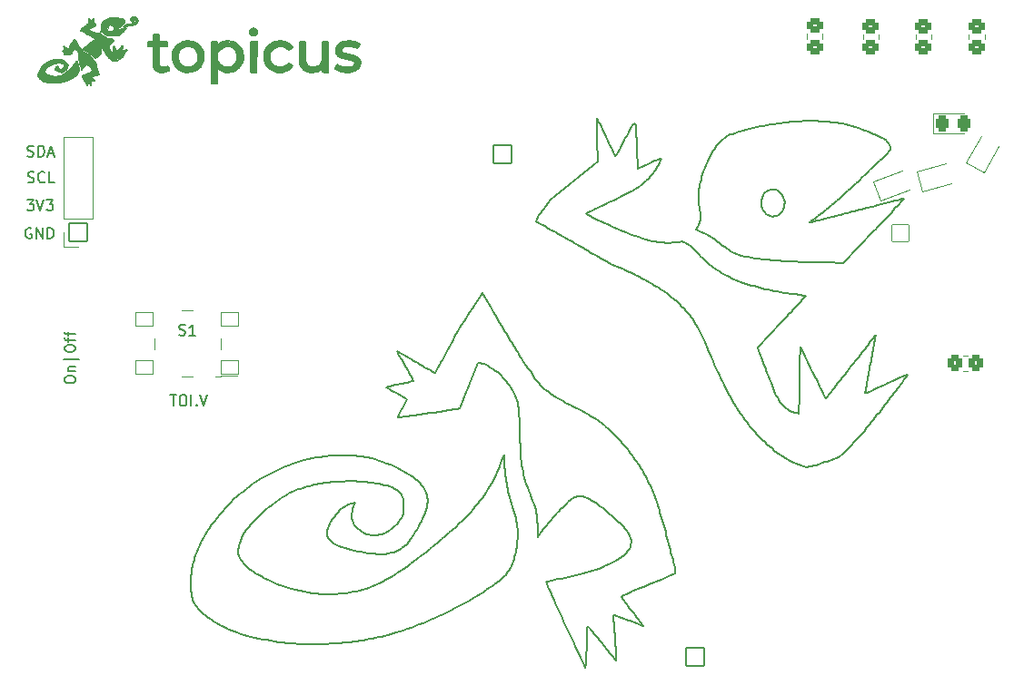
<source format=gto>
G04 #@! TF.GenerationSoftware,KiCad,Pcbnew,(6.0.0)*
G04 #@! TF.CreationDate,2022-05-24T10:02:23+02:00*
G04 #@! TF.ProjectId,drawing.kicad_v3.0_pcb,64726177-696e-4672-9e6b-696361645f76,v2.2*
G04 #@! TF.SameCoordinates,Original*
G04 #@! TF.FileFunction,Legend,Top*
G04 #@! TF.FilePolarity,Positive*
%FSLAX46Y46*%
G04 Gerber Fmt 4.6, Leading zero omitted, Abs format (unit mm)*
G04 Created by KiCad (PCBNEW (6.0.0)) date 2022-05-24 10:02:23*
%MOMM*%
%LPD*%
G01*
G04 APERTURE LIST*
G04 Aperture macros list*
%AMRoundRect*
0 Rectangle with rounded corners*
0 $1 Rounding radius*
0 $2 $3 $4 $5 $6 $7 $8 $9 X,Y pos of 4 corners*
0 Add a 4 corners polygon primitive as box body*
4,1,4,$2,$3,$4,$5,$6,$7,$8,$9,$2,$3,0*
0 Add four circle primitives for the rounded corners*
1,1,$1+$1,$2,$3*
1,1,$1+$1,$4,$5*
1,1,$1+$1,$6,$7*
1,1,$1+$1,$8,$9*
0 Add four rect primitives between the rounded corners*
20,1,$1+$1,$2,$3,$4,$5,0*
20,1,$1+$1,$4,$5,$6,$7,0*
20,1,$1+$1,$6,$7,$8,$9,0*
20,1,$1+$1,$8,$9,$2,$3,0*%
G04 Aperture macros list end*
%ADD10C,0.200000*%
%ADD11C,0.100000*%
%ADD12C,0.150000*%
%ADD13C,0.120000*%
%ADD14RoundRect,0.300800X-0.151491X-0.534018X0.459309X-0.311705X0.151491X0.534018X-0.459309X0.311705X0*%
%ADD15RoundRect,0.300800X-0.197457X-0.518783X0.430394X-0.350550X0.197457X0.518783X-0.430394X0.350550X0*%
%ADD16RoundRect,0.300800X0.227211X-0.506458X0.552211X0.056458X-0.227211X0.506458X-0.552211X-0.056458X0*%
%ADD17RoundRect,0.300800X-0.325000X-0.450000X0.325000X-0.450000X0.325000X0.450000X-0.325000X0.450000X0*%
%ADD18RoundRect,0.300800X0.450000X-0.350000X0.450000X0.350000X-0.450000X0.350000X-0.450000X-0.350000X0*%
%ADD19RoundRect,0.050800X0.850000X0.850000X-0.850000X0.850000X-0.850000X-0.850000X0.850000X-0.850000X0*%
%ADD20O,1.801600X1.801600*%
%ADD21RoundRect,0.050800X0.775000X0.650000X-0.775000X0.650000X-0.775000X-0.650000X0.775000X-0.650000X0*%
%ADD22RoundRect,0.300800X-0.350000X-0.450000X0.350000X-0.450000X0.350000X0.450000X-0.350000X0.450000X0*%
%ADD23O,1.351600X1.051600*%
%ADD24O,1.101600X1.651600*%
%ADD25C,1.001600*%
%ADD26RoundRect,0.050800X-0.800000X0.800000X-0.800000X-0.800000X0.800000X-0.800000X0.800000X0.800000X0*%
%ADD27C,1.701600*%
%ADD28RoundRect,0.050800X-0.850000X0.850000X-0.850000X-0.850000X0.850000X-0.850000X0.850000X0.850000X0*%
%ADD29RoundRect,0.050800X-0.850000X-0.850000X0.850000X-0.850000X0.850000X0.850000X-0.850000X0.850000X0*%
G04 APERTURE END LIST*
D10*
X110392413Y-66182059D02*
X110291556Y-66118347D01*
X124649944Y-65420474D02*
X124649944Y-65638501D01*
X127884374Y-64602273D02*
X127744419Y-64438273D01*
X127736082Y-64231523D01*
X127808412Y-64101372D01*
X126804665Y-113433072D02*
X126896019Y-113612255D01*
X127003377Y-113783145D01*
X127129501Y-113948021D01*
X127277157Y-114109160D01*
X127449106Y-114268843D01*
X127648114Y-114429348D01*
X127876942Y-114592954D01*
X128047427Y-114704873D01*
X128233212Y-114819859D01*
X128435117Y-114938585D01*
X128653961Y-115061729D01*
X128890563Y-115189964D01*
X129015779Y-115256203D01*
X113627906Y-66518252D02*
X113472028Y-66660013D01*
X113349813Y-66729183D01*
X149918191Y-95499039D02*
X149726593Y-95410860D01*
X149538975Y-95333338D01*
X149350037Y-95265513D01*
X149187219Y-95225061D01*
X124405241Y-109985659D02*
X124648098Y-109672895D01*
X124897209Y-109367334D01*
X125152449Y-109069049D01*
X125413692Y-108778114D01*
X125680813Y-108494604D01*
X125953687Y-108218593D01*
X126232189Y-107950155D01*
X126516192Y-107689364D01*
X126805572Y-107436294D01*
X127100204Y-107191020D01*
X127399962Y-106953615D01*
X127704720Y-106724154D01*
X128014354Y-106502712D01*
X128328738Y-106289362D01*
X128647746Y-106084178D01*
X128971255Y-105887234D01*
X129299137Y-105698606D01*
X129631268Y-105518366D01*
X129967522Y-105346590D01*
X130307775Y-105183351D01*
X130651901Y-105028723D01*
X130999774Y-104882782D01*
X131351269Y-104745600D01*
X131706261Y-104617252D01*
X132064625Y-104497812D01*
X132426234Y-104387355D01*
X132790965Y-104285954D01*
X133158691Y-104193684D01*
X133529288Y-104110620D01*
X133902629Y-104036834D01*
X134278590Y-103972401D01*
X134657046Y-103917397D01*
X121737352Y-68072177D02*
X121521799Y-68025379D01*
X121314851Y-67947432D01*
X121122642Y-67841895D01*
X120951303Y-67712326D01*
X120806966Y-67562286D01*
X120765915Y-67508339D01*
X124762048Y-67725337D02*
X124667881Y-67635111D01*
X152877100Y-101800669D02*
X152870825Y-101569565D01*
X152864646Y-101351154D01*
X152858489Y-101144913D01*
X152845948Y-100766847D01*
X152832619Y-100431185D01*
X152817915Y-100133744D01*
X152801254Y-99870340D01*
X152782050Y-99636792D01*
X152759718Y-99428914D01*
X152719079Y-99156083D01*
X152668115Y-98917484D01*
X152604855Y-98698999D01*
X152527325Y-98486511D01*
X152433552Y-98265903D01*
X152361039Y-98107348D01*
X180368377Y-104760676D02*
X179570230Y-104974523D01*
X150257804Y-90167489D02*
X150412087Y-90433434D01*
X150565266Y-90696488D01*
X150717244Y-90956493D01*
X150867924Y-91213293D01*
X151017208Y-91466732D01*
X151165001Y-91716654D01*
X151311204Y-91962902D01*
X151455721Y-92205320D01*
X151598454Y-92443752D01*
X151739308Y-92678041D01*
X151878185Y-92908031D01*
X152014988Y-93133567D01*
X152149620Y-93354490D01*
X152281984Y-93570646D01*
X152411983Y-93781878D01*
X152539520Y-93988030D01*
X152664499Y-94188945D01*
X152786822Y-94384467D01*
X152906392Y-94574440D01*
X153023113Y-94758707D01*
X153136887Y-94937113D01*
X153247618Y-95109500D01*
X153459561Y-95435595D01*
X153658167Y-95735742D01*
X153842659Y-96008691D01*
X154012263Y-96253191D01*
X154166202Y-96467992D01*
X119213509Y-65633961D02*
X119218906Y-66490439D01*
X121737352Y-68072177D02*
X121737352Y-68072177D01*
X132930713Y-67215678D02*
X133045716Y-67395514D01*
X133217742Y-67535190D01*
X133410508Y-67604837D01*
X133611394Y-67624562D01*
X177092867Y-79267510D02*
X176934325Y-79144786D01*
X176749787Y-79066673D01*
X176537656Y-79044714D01*
X176485500Y-79044215D01*
X124667881Y-69095728D02*
X124407717Y-69095728D01*
X131912861Y-121398741D02*
X131540087Y-121371397D01*
X131163015Y-121336965D01*
X130783188Y-121295752D01*
X130402149Y-121248065D01*
X130021441Y-121194211D01*
X129642608Y-121134496D01*
X129267194Y-121069228D01*
X128896742Y-120998713D01*
X128532796Y-120923258D01*
X128176898Y-120843170D01*
X127830594Y-120758756D01*
X127495426Y-120670322D01*
X127172937Y-120578175D01*
X126864672Y-120482623D01*
X126572173Y-120383972D01*
X126296985Y-120282529D01*
X133611394Y-67624562D02*
X133828665Y-67606681D01*
X134045296Y-67538422D01*
X134223037Y-67418589D01*
X134362724Y-67246625D01*
X134439665Y-67091570D01*
X162729519Y-74246823D02*
X162825139Y-74067016D01*
X162997196Y-73741652D01*
X163145287Y-73463270D01*
X163271349Y-73233451D01*
X163377317Y-73053778D01*
X163502831Y-72881751D01*
X163687505Y-73032605D01*
X163719134Y-73332997D01*
X163734063Y-73611427D01*
X163746325Y-73954238D01*
X163757857Y-74363011D01*
X163763954Y-74592627D01*
X163770594Y-74839327D01*
X163778021Y-75103309D01*
X116237630Y-63947781D02*
X116224189Y-63968895D01*
X136815764Y-65191035D02*
X137030159Y-65189360D01*
X137250643Y-65206525D01*
X137463112Y-65244759D01*
X137526938Y-65260499D01*
X113006301Y-68582868D02*
X113133399Y-68736900D01*
X153865764Y-107476714D02*
X153729372Y-107139769D01*
X153606753Y-106822413D01*
X153497086Y-106519939D01*
X153399552Y-106227641D01*
X153313330Y-105940812D01*
X153237602Y-105654746D01*
X153171547Y-105364736D01*
X153114346Y-105066077D01*
X153065179Y-104754063D01*
X153023226Y-104423986D01*
X152987667Y-104071141D01*
X152957683Y-103690821D01*
X152944526Y-103488887D01*
X152932454Y-103278320D01*
X152921367Y-103058531D01*
X152911161Y-102828932D01*
X152901733Y-102588934D01*
X152892982Y-102337950D01*
X152884805Y-102075391D01*
X152877100Y-101800669D01*
X116965647Y-63653289D02*
X116770116Y-63724100D01*
X116669922Y-63726489D01*
X112184121Y-65940756D02*
X112352815Y-65814158D01*
X112537273Y-65665304D01*
X112702229Y-65528109D01*
X112856971Y-65395911D01*
X113019973Y-65249490D01*
X113035495Y-65234458D01*
X138417812Y-111084390D02*
X138618989Y-111178910D01*
X138808885Y-111248457D01*
X139018811Y-111284562D01*
X139243949Y-111287665D01*
X139407220Y-111280926D01*
X111412816Y-65072200D02*
X111514928Y-65245229D01*
X111600956Y-65391817D01*
X115910555Y-65534253D02*
X115877257Y-65744858D01*
X115860987Y-65831401D01*
D11*
X119214900Y-65173860D02*
X119994680Y-65217040D01*
X119994680Y-65217040D02*
X120007380Y-65229740D01*
X120007380Y-65229740D02*
X120050560Y-65613280D01*
X120050560Y-65613280D02*
X119242840Y-65625980D01*
X119242840Y-65625980D02*
X119186960Y-66956940D01*
X119186960Y-66956940D02*
X119242840Y-67482720D01*
X119242840Y-67482720D02*
X119567960Y-67650360D01*
X119567960Y-67650360D02*
X120050560Y-67523360D01*
X120050560Y-67523360D02*
X120164860Y-67906900D01*
X120164860Y-67906900D02*
X119753380Y-68061840D01*
X119753380Y-68061840D02*
X119100600Y-68005960D01*
X119100600Y-68005960D02*
X118747540Y-67622420D01*
X118747540Y-67622420D02*
X118734840Y-65669160D01*
X118734840Y-65669160D02*
X118237000Y-65669160D01*
X118237000Y-65669160D02*
X118196360Y-65217040D01*
X118196360Y-65217040D02*
X118704360Y-65229740D01*
X118704360Y-65229740D02*
X118719600Y-64607440D01*
X118719600Y-64607440D02*
X119199660Y-64551560D01*
X119199660Y-64551560D02*
X119214900Y-65173860D01*
G36*
X119214900Y-65173860D02*
G01*
X119994680Y-65217040D01*
X120007380Y-65229740D01*
X120050560Y-65613280D01*
X119242840Y-65625980D01*
X119186960Y-66956940D01*
X119242840Y-67482720D01*
X119567960Y-67650360D01*
X120050560Y-67523360D01*
X120164860Y-67906900D01*
X119753380Y-68061840D01*
X119100600Y-68005960D01*
X118747540Y-67622420D01*
X118734840Y-65669160D01*
X118237000Y-65669160D01*
X118196360Y-65217040D01*
X118704360Y-65229740D01*
X118719600Y-64607440D01*
X119199660Y-64551560D01*
X119214900Y-65173860D01*
G37*
X119214900Y-65173860D02*
X119994680Y-65217040D01*
X120007380Y-65229740D01*
X120050560Y-65613280D01*
X119242840Y-65625980D01*
X119186960Y-66956940D01*
X119242840Y-67482720D01*
X119567960Y-67650360D01*
X120050560Y-67523360D01*
X120164860Y-67906900D01*
X119753380Y-68061840D01*
X119100600Y-68005960D01*
X118747540Y-67622420D01*
X118734840Y-65669160D01*
X118237000Y-65669160D01*
X118196360Y-65217040D01*
X118704360Y-65229740D01*
X118719600Y-64607440D01*
X119199660Y-64551560D01*
X119214900Y-65173860D01*
D10*
X132856013Y-65212511D02*
X132864983Y-66154190D01*
X116933762Y-63055526D02*
X116750364Y-63145929D01*
X116743170Y-63164508D01*
X131500777Y-67731952D02*
X131338666Y-67861519D01*
X131142428Y-67965104D01*
X130922880Y-68039350D01*
X130690845Y-68080896D01*
X130457141Y-68086384D01*
X130380740Y-68079620D01*
X111127407Y-66354369D02*
X110918073Y-66392083D01*
X110704036Y-66424330D01*
X110493999Y-66452828D01*
X110428608Y-66459051D01*
X112130125Y-68381747D02*
X112286288Y-68334239D01*
X162991963Y-119236536D02*
X162785911Y-119156385D01*
X162588816Y-119081487D01*
X162344084Y-118991183D01*
X162125182Y-118913551D01*
X161896506Y-118837233D01*
X161702618Y-118780956D01*
X161611592Y-118772101D01*
X126296985Y-120282529D02*
X126044655Y-120182617D01*
X125802054Y-120081454D01*
X125568604Y-119978685D01*
X125343724Y-119873957D01*
X125126837Y-119766919D01*
X124917363Y-119657216D01*
X124714722Y-119544497D01*
X124518336Y-119428407D01*
X124327626Y-119308595D01*
X124142013Y-119184708D01*
X123960918Y-119056392D01*
X123783761Y-118923294D01*
X123609964Y-118785063D01*
X123438947Y-118641344D01*
X123270132Y-118491785D01*
X123102940Y-118336034D01*
X165290232Y-77480250D02*
X165163966Y-77641323D01*
X165034660Y-77795536D01*
X164855953Y-77991902D01*
X164668077Y-78179484D01*
X164519860Y-78315579D01*
X164364369Y-78448654D01*
X164200697Y-78579530D01*
X164027938Y-78709032D01*
X163845183Y-78837982D01*
X163651527Y-78967204D01*
X159035235Y-81266634D02*
X159206070Y-81384605D01*
X159450219Y-81516150D01*
X159660010Y-81623464D01*
X159900704Y-81743282D01*
X160166544Y-81872867D01*
X160451772Y-82009483D01*
X160750630Y-82150395D01*
X161057362Y-82292868D01*
X161366210Y-82434165D01*
X161671416Y-82571551D01*
X161967223Y-82702291D01*
X162247873Y-82823648D01*
X162507610Y-82932888D01*
X162740676Y-83027274D01*
X184727386Y-101856445D02*
X184585145Y-102020918D01*
X184436717Y-102189676D01*
X184284626Y-102360001D01*
X184131399Y-102529176D01*
X183979562Y-102694483D01*
X183831643Y-102853205D01*
X183690166Y-103002623D01*
X183515920Y-103182680D01*
X183363607Y-103334924D01*
X183267370Y-103426982D01*
X115806414Y-65657210D02*
X115910555Y-65534253D01*
X112441305Y-63726399D02*
X112713069Y-63505366D01*
X112708095Y-63256231D02*
X112710739Y-63056229D01*
X112718651Y-63024636D01*
X113214431Y-65058262D02*
X113286612Y-65090472D01*
X113349823Y-66729183D02*
X113204383Y-66566642D01*
X113042655Y-66419785D01*
X112920486Y-66326876D01*
X178895765Y-99928103D02*
X178905165Y-98372529D01*
X154526981Y-110487063D02*
X154525474Y-110278828D01*
X154516891Y-109988033D01*
X154499428Y-109717227D01*
X154471635Y-109459794D01*
X154432057Y-109209123D01*
X154379241Y-108958600D01*
X154311736Y-108701610D01*
X154228089Y-108431540D01*
X154162638Y-108240961D01*
X154088937Y-108039669D01*
X154006555Y-107825705D01*
X153915062Y-107597110D01*
X153865764Y-107476714D01*
X175029138Y-93738796D02*
X175158360Y-94068598D01*
X109944790Y-67739114D02*
X110081159Y-67823130D01*
X119215130Y-64889587D02*
X119215130Y-65203481D01*
X111303334Y-65150404D02*
X111382346Y-65021635D01*
X137400176Y-108626873D02*
X137319587Y-108856442D01*
X137274213Y-109061373D01*
X137246086Y-109275866D01*
X137235457Y-109491291D01*
X137242577Y-109699021D01*
X137276819Y-109934713D01*
X137339677Y-110128042D01*
X137355726Y-110160141D01*
X115098267Y-64664466D02*
X114886584Y-64654717D01*
X114673791Y-64639340D01*
X114453202Y-64607707D01*
X114258497Y-64540377D01*
X114139039Y-64459322D01*
X134533100Y-67847440D02*
X134533100Y-67639395D01*
X124704086Y-66935659D02*
X124773510Y-67123544D01*
X124906881Y-67322307D01*
X125083460Y-67476439D01*
X125294072Y-67581087D01*
X125529545Y-67631399D01*
X125729658Y-67629267D01*
X125935114Y-67586772D01*
X159170766Y-119876796D02*
X159148188Y-120085873D01*
X159136363Y-120297312D01*
X159127707Y-120504886D01*
X159120044Y-120739818D01*
X159113632Y-120995839D01*
X159109800Y-121197922D01*
X159106926Y-121405694D01*
X158870902Y-123411785D02*
X158780782Y-123232660D01*
X158630224Y-122918424D01*
X158535155Y-122716946D01*
X158428424Y-122489258D01*
X158311183Y-122237884D01*
X158184581Y-121965345D01*
X158049766Y-121674165D01*
X157907889Y-121366866D01*
X157760100Y-121045972D01*
X157607548Y-120714005D01*
X157451383Y-120373487D01*
X157292753Y-120026943D01*
X157132810Y-119676893D01*
X156972703Y-119325862D01*
X156813580Y-118976371D01*
X156656593Y-118630945D01*
X156502890Y-118292105D01*
X156353621Y-117962374D01*
X156209936Y-117644275D01*
X156072985Y-117340331D01*
X155943916Y-117053065D01*
X155823880Y-116784999D01*
X155714026Y-116538656D01*
X155615505Y-116316559D01*
X155529465Y-116121231D01*
X155399428Y-115820972D01*
X155326725Y-115634420D01*
X113188406Y-64380206D02*
X113381696Y-64432368D01*
X113551198Y-64440295D01*
X170723644Y-94691570D02*
X170613289Y-94433444D01*
X170506885Y-94186484D01*
X170404197Y-93950279D01*
X170304987Y-93724420D01*
X170209020Y-93508499D01*
X170116059Y-93302105D01*
X170025868Y-93104830D01*
X169938211Y-92916265D01*
X169769553Y-92563625D01*
X169608194Y-92240911D01*
X169452246Y-91944849D01*
X169299817Y-91672166D01*
X169149018Y-91419587D01*
X168997958Y-91183837D01*
X168844748Y-90961644D01*
X168687497Y-90749733D01*
X168524315Y-90544829D01*
X168353313Y-90343660D01*
X168172600Y-90142950D01*
X167980286Y-89939426D01*
X129589461Y-66889624D02*
X129660978Y-67093436D01*
X129764174Y-67267440D01*
X129926414Y-67434221D01*
X130126600Y-67552054D01*
X130319389Y-67610487D01*
X130533204Y-67630746D01*
X130380740Y-68079620D02*
X130164283Y-68041578D01*
X129963862Y-67981135D01*
X129780399Y-67898961D01*
X129576326Y-67766704D01*
X129401997Y-67602849D01*
X129259213Y-67408705D01*
X129149779Y-67185581D01*
X119419648Y-68074558D02*
X119200579Y-68016387D01*
X119020160Y-67918179D01*
X118862386Y-67757859D01*
X118767655Y-67576333D01*
X118739658Y-67486945D01*
X110723253Y-67304334D02*
X110739242Y-67511885D01*
X110693977Y-67642888D01*
X156083417Y-115465778D02*
X156439103Y-115398783D01*
X156790189Y-115328777D01*
X157136194Y-115255894D01*
X157476638Y-115180269D01*
X157811039Y-115102035D01*
X158138918Y-115021326D01*
X158459793Y-114938276D01*
X158773183Y-114853019D01*
X159078609Y-114765690D01*
X159375590Y-114676421D01*
X159663644Y-114585348D01*
X159942292Y-114492603D01*
X160211052Y-114398322D01*
X160469444Y-114302638D01*
X160716987Y-114205685D01*
X160953202Y-114107597D01*
X114968420Y-66983503D02*
X114968407Y-66983384D01*
X112224293Y-64316409D02*
X112048366Y-64215889D01*
X112004567Y-64186798D01*
X137285013Y-108320131D02*
X137559294Y-108270691D01*
X113883028Y-64577929D02*
X114038391Y-64718244D01*
X114219052Y-64834129D01*
X114323625Y-64880440D01*
X157928401Y-78201392D02*
X160127901Y-76442441D01*
X112592612Y-69077964D02*
X112578149Y-69283380D01*
X112574673Y-69318804D01*
X112822286Y-63243431D02*
X112906755Y-63425053D01*
X112919357Y-63445202D01*
X134757310Y-65212511D02*
X135008424Y-65212511D01*
X180172363Y-96046271D02*
X180291440Y-96289314D01*
X180407655Y-96526105D01*
X180520384Y-96755395D01*
X180629006Y-96975933D01*
X180732899Y-97186468D01*
X180831441Y-97385751D01*
X180924009Y-97572532D01*
X181050301Y-97826526D01*
X181159653Y-98045356D01*
X181249966Y-98224805D01*
X181352478Y-98424910D01*
X181385679Y-98484664D01*
X122362112Y-65704679D02*
X122164204Y-65646945D01*
X121968418Y-65643224D01*
X144964379Y-96120755D02*
X145085152Y-95947702D01*
X145188456Y-95770910D01*
X145287660Y-95594476D01*
X145398568Y-95392222D01*
X145518394Y-95169034D01*
X145612441Y-94990843D01*
X145644354Y-94929796D01*
X117118942Y-63195555D02*
X116970796Y-63053806D01*
X116933762Y-63055526D01*
X120022285Y-65633961D02*
X119617895Y-65633961D01*
X118470757Y-65633961D02*
X118228612Y-65633961D01*
X185551448Y-95296194D02*
X185500693Y-95570822D01*
X185451356Y-95838255D01*
X185403693Y-96097088D01*
X185357959Y-96345915D01*
X185314410Y-96583327D01*
X185273301Y-96807920D01*
X185234888Y-97018287D01*
X185182885Y-97304086D01*
X185138387Y-97549965D01*
X185102257Y-97751177D01*
X185062981Y-97974380D01*
X185052709Y-98039349D01*
X112928278Y-69271653D02*
X112796382Y-69115100D01*
X112764358Y-69074504D01*
X143596549Y-95365761D02*
X143795874Y-95480340D01*
X143987329Y-95589631D01*
X144168546Y-95692329D01*
X144390152Y-95816744D01*
X144583739Y-95924016D01*
X144777775Y-96029283D01*
X144959647Y-96119767D01*
X144964379Y-96120755D01*
X120640383Y-65965883D02*
X120741260Y-65788609D01*
X120878365Y-65616423D01*
X121043482Y-65471925D01*
X121214829Y-65364307D01*
X121268885Y-65336291D01*
X124156684Y-65212448D02*
X124403316Y-65207447D01*
X183727285Y-95571400D02*
X183961128Y-95268995D01*
X184188555Y-94975071D01*
X184408380Y-94691148D01*
X184619422Y-94418748D01*
X184820495Y-94159394D01*
X185010417Y-93914608D01*
X185188004Y-93685911D01*
X185352073Y-93474826D01*
X185501438Y-93282874D01*
X185634918Y-93111578D01*
X185802763Y-92896693D01*
X185928206Y-92736843D01*
X186035911Y-92602800D01*
X109800087Y-67500581D02*
X109892868Y-67570508D01*
X178405904Y-88780305D02*
X178623525Y-88808581D01*
X178827709Y-88836120D01*
X179057108Y-88868463D01*
X179282765Y-88902456D01*
X179487746Y-88938779D01*
X179515713Y-88947511D01*
X123404219Y-66970340D02*
X123344336Y-67162693D01*
X123257871Y-67350122D01*
X123145841Y-67532391D01*
X123112106Y-67575215D01*
X137355726Y-110160141D02*
X137481712Y-110355130D01*
X137615069Y-110512216D01*
X137772432Y-110662835D01*
X137952126Y-110805529D01*
X138152477Y-110938844D01*
X138326508Y-111037763D01*
X138417812Y-111084390D01*
X113282847Y-68408282D02*
X113092513Y-68491779D01*
X113006301Y-68582868D01*
X136465924Y-66311895D02*
X136661091Y-66369195D01*
X136870473Y-66416276D01*
X137071202Y-66456672D01*
X137133915Y-66468650D01*
X122120688Y-67624430D02*
X122320275Y-67572901D01*
X122502263Y-67476045D01*
X122659787Y-67340228D01*
X122785982Y-67171814D01*
X122873984Y-66977171D01*
X122893645Y-66907562D01*
X136613749Y-68078752D02*
X136613749Y-68078752D01*
X124407717Y-69095728D02*
X124147556Y-69095728D01*
X133344823Y-68073746D02*
X133125588Y-68024753D01*
X132916607Y-67938912D01*
X132735445Y-67825204D01*
X132599664Y-67692616D01*
X131507143Y-65910744D02*
X131324163Y-66030201D01*
X111746691Y-67541912D02*
X111788064Y-67743659D01*
X111784947Y-67864960D01*
X155027950Y-80938768D02*
X155728897Y-79960346D01*
X116278857Y-65975692D02*
X116153421Y-66158439D01*
X116029046Y-66320257D01*
X115892501Y-66492221D01*
X115746460Y-66668416D01*
X152301771Y-108942853D02*
X152362680Y-109137489D01*
X152443446Y-109420195D01*
X152511765Y-109694097D01*
X152567940Y-109961774D01*
X152612275Y-110225808D01*
X152645072Y-110488779D01*
X152666636Y-110753266D01*
X152677268Y-111021851D01*
X152677273Y-111297114D01*
X152666954Y-111581634D01*
X152646615Y-111877993D01*
D11*
X128432560Y-64168020D02*
X128389380Y-64437260D01*
X128389380Y-64437260D02*
X128178560Y-64635380D01*
X128178560Y-64635380D02*
X127782320Y-64564260D01*
X127782320Y-64564260D02*
X127723900Y-64322960D01*
X127723900Y-64322960D02*
X127922020Y-64053720D01*
X127922020Y-64053720D02*
X127922020Y-64025780D01*
X127922020Y-64025780D02*
X128219200Y-63997840D01*
X128219200Y-63997840D02*
X128432560Y-64168020D01*
G36*
X128432560Y-64168020D02*
G01*
X128389380Y-64437260D01*
X128178560Y-64635380D01*
X127782320Y-64564260D01*
X127723900Y-64322960D01*
X127922020Y-64053720D01*
X127922020Y-64025780D01*
X128219200Y-63997840D01*
X128432560Y-64168020D01*
G37*
X128432560Y-64168020D02*
X128389380Y-64437260D01*
X128178560Y-64635380D01*
X127782320Y-64564260D01*
X127723900Y-64322960D01*
X127922020Y-64053720D01*
X127922020Y-64025780D01*
X128219200Y-63997840D01*
X128432560Y-64168020D01*
D10*
X110081159Y-67823130D02*
X110236197Y-67814875D01*
X115202376Y-65953131D02*
X115292594Y-66137871D01*
X115348786Y-66243995D01*
X128326974Y-66629033D02*
X128326974Y-68055495D01*
X136456081Y-65707272D02*
X136291801Y-65844500D01*
X136243264Y-66059433D01*
X136347648Y-66238512D01*
X136465924Y-66311895D01*
X118712903Y-65203481D02*
X118712903Y-64889587D01*
X114224311Y-66189480D02*
X114132796Y-66002165D01*
X114047629Y-65813739D01*
X114026718Y-65765880D01*
X134439665Y-67091570D02*
X134488258Y-66970311D01*
X178657579Y-99884263D02*
X178895765Y-99928103D01*
X159169662Y-107825776D02*
X158942108Y-107740961D01*
X158729597Y-107685116D01*
X158527967Y-107659724D01*
X158268865Y-107675800D01*
X158011849Y-107752163D01*
X157814524Y-107851114D01*
X157608666Y-107987436D01*
X157390113Y-108162612D01*
X157235304Y-108301714D01*
X157071772Y-108459182D01*
X156898283Y-108635457D01*
X111382346Y-65021635D02*
X111412816Y-65072200D01*
X137941069Y-65436584D02*
X137842894Y-65629622D01*
X137746049Y-65807318D01*
X137732342Y-65829528D01*
X108145252Y-67921465D02*
X108245514Y-67744202D01*
X108372999Y-67578070D01*
X108523668Y-67421981D01*
X135783447Y-66338068D02*
X135744986Y-66131313D01*
X135744090Y-66045714D01*
X120022285Y-65203481D02*
X120022285Y-65418720D01*
X186035911Y-92602800D02*
X186001953Y-92815325D01*
X185958214Y-93064411D01*
X185915333Y-93304649D01*
X185864747Y-93585500D01*
X185827157Y-93792995D01*
X185786763Y-94015089D01*
X185743815Y-94250399D01*
X185698561Y-94497546D01*
X185651249Y-94755147D01*
X185602129Y-95021824D01*
X185551448Y-95296194D01*
X116743170Y-63164508D02*
X116881438Y-63186680D01*
X114569532Y-65660663D02*
X114634194Y-65854478D01*
X114714160Y-66062557D01*
X114796541Y-66257751D01*
X114805426Y-66274480D01*
X109892868Y-67570508D02*
X109944790Y-67739114D01*
X186617968Y-76149286D02*
X186432301Y-76324272D01*
X186264496Y-76483500D01*
X186076409Y-76662693D01*
X185871815Y-76858229D01*
X185654491Y-77066486D01*
X185504399Y-77210603D01*
X185351445Y-77357691D01*
X185196748Y-77506676D01*
X185041426Y-77656486D01*
X184886598Y-77806047D01*
X184733382Y-77954286D01*
X184582897Y-78100130D01*
X184436262Y-78242506D01*
X151500012Y-115053900D02*
X151342738Y-115208454D01*
X151166334Y-115368422D01*
X150971685Y-115533339D01*
X150759677Y-115702738D01*
X150531195Y-115876156D01*
X150287125Y-116053126D01*
X150028353Y-116233183D01*
X149755765Y-116415861D01*
X149470246Y-116600695D01*
X149172682Y-116787220D01*
X148863958Y-116974970D01*
X148544962Y-117163479D01*
X148216577Y-117352282D01*
X147879690Y-117540915D01*
X147535187Y-117728910D01*
X147183953Y-117915804D01*
X146826874Y-118101129D01*
X146464835Y-118284422D01*
X146098723Y-118465216D01*
X145729424Y-118643046D01*
X145357822Y-118817447D01*
X144984804Y-118987953D01*
X144611255Y-119154099D01*
X144238062Y-119315419D01*
X143866109Y-119471448D01*
X143496282Y-119621720D01*
X143129468Y-119765771D01*
X142766552Y-119903133D01*
X142408419Y-120033343D01*
X142055956Y-120155935D01*
X141710048Y-120270442D01*
X141371581Y-120376401D01*
X113884816Y-64228610D02*
X113890769Y-64047841D01*
X128066783Y-68055495D02*
X127806592Y-68055495D01*
X129015779Y-115256203D02*
X129198491Y-115350517D01*
X129381677Y-115441826D01*
X129565339Y-115530129D01*
X129749482Y-115615427D01*
X129934110Y-115697722D01*
X130119225Y-115777015D01*
X130304834Y-115853307D01*
X130490938Y-115926598D01*
X130864650Y-116064182D01*
X131240393Y-116189776D01*
X131618197Y-116303388D01*
X131998094Y-116405026D01*
X132380115Y-116494696D01*
X132764290Y-116572407D01*
X133150650Y-116638167D01*
X133539227Y-116691983D01*
X133930051Y-116733864D01*
X134323153Y-116763817D01*
X134718564Y-116781849D01*
X135116315Y-116787970D01*
X115051336Y-65832057D02*
X115062792Y-65662263D01*
X113149579Y-68843956D02*
X112960848Y-68773140D01*
X112904386Y-68763930D01*
X137491645Y-67402887D02*
X137522503Y-67198406D01*
X137400560Y-67026366D01*
X137387854Y-67018021D01*
X112713069Y-63505366D02*
X112708095Y-63256231D01*
D11*
X128348740Y-68077080D02*
X127767080Y-68089780D01*
X127767080Y-68089780D02*
X127767080Y-65201800D01*
X127767080Y-65201800D02*
X128361440Y-65173860D01*
X128361440Y-65173860D02*
X128348740Y-68077080D01*
G36*
X128348740Y-68077080D02*
G01*
X127767080Y-68089780D01*
X127767080Y-65201800D01*
X128361440Y-65173860D01*
X128348740Y-68077080D01*
G37*
X128348740Y-68077080D02*
X127767080Y-68089780D01*
X127767080Y-65201800D01*
X128361440Y-65173860D01*
X128348740Y-68077080D01*
D10*
X181385679Y-98484664D02*
X181541544Y-98322815D01*
X181685943Y-98151401D01*
X181871047Y-97926043D01*
X182015064Y-97748326D01*
X182174170Y-97550369D01*
X182347166Y-97333667D01*
X182532852Y-97099714D01*
X182730025Y-96850006D01*
X182937487Y-96586035D01*
X183154035Y-96309296D01*
X183378471Y-96021285D01*
X183609592Y-95723495D01*
X183727285Y-95571400D01*
X112993419Y-64738790D02*
X112812551Y-64650632D01*
X112632570Y-64552958D01*
X112605449Y-64536754D01*
X124147556Y-69095728D02*
X124152132Y-67154099D01*
X172666163Y-84870142D02*
X172486558Y-84763973D01*
X172307019Y-84644154D01*
X172139023Y-84525693D01*
X171962719Y-84396212D01*
X171785984Y-84261239D01*
X171683013Y-84179921D01*
X151388981Y-103799906D02*
X151437211Y-104632525D01*
D11*
X111744760Y-65674240D02*
X112240060Y-66210180D01*
X112240060Y-66210180D02*
X112877600Y-66593720D01*
X112877600Y-66593720D02*
X113329720Y-67315080D01*
X113329720Y-67315080D02*
X113626900Y-68249800D01*
X113626900Y-68249800D02*
X113642140Y-68249800D01*
X113642140Y-68249800D02*
X113032540Y-68475860D01*
X113032540Y-68475860D02*
X113047780Y-68803520D01*
X113047780Y-68803520D02*
X112509300Y-69184520D01*
X112509300Y-69184520D02*
X112156240Y-68376800D01*
X112156240Y-68376800D02*
X113047780Y-68066920D01*
X113047780Y-68066920D02*
X113019840Y-67698620D01*
X113019840Y-67698620D02*
X112453420Y-67358260D01*
X112453420Y-67358260D02*
X112014000Y-67825620D01*
X112014000Y-67825620D02*
X111815880Y-66268600D01*
X111815880Y-66268600D02*
X111574580Y-65956180D01*
X111574580Y-65956180D02*
X111277400Y-65872360D01*
X111277400Y-65872360D02*
X111079280Y-66352420D01*
X111079280Y-66352420D02*
X110441740Y-66438780D01*
X110441740Y-66438780D02*
X110540800Y-66027300D01*
X110540800Y-66027300D02*
X110413800Y-65702180D01*
X110413800Y-65702180D02*
X110865920Y-65885060D01*
X110865920Y-65885060D02*
X111348520Y-64993520D01*
X111348520Y-64993520D02*
X111744760Y-65674240D01*
G36*
X111744760Y-65674240D02*
G01*
X112240060Y-66210180D01*
X112877600Y-66593720D01*
X113329720Y-67315080D01*
X113626900Y-68249800D01*
X113642140Y-68249800D01*
X113032540Y-68475860D01*
X113047780Y-68803520D01*
X112509300Y-69184520D01*
X112156240Y-68376800D01*
X113047780Y-68066920D01*
X113019840Y-67698620D01*
X112453420Y-67358260D01*
X112014000Y-67825620D01*
X111815880Y-66268600D01*
X111574580Y-65956180D01*
X111277400Y-65872360D01*
X111079280Y-66352420D01*
X110441740Y-66438780D01*
X110540800Y-66027300D01*
X110413800Y-65702180D01*
X110865920Y-65885060D01*
X111348520Y-64993520D01*
X111744760Y-65674240D01*
G37*
X111744760Y-65674240D02*
X112240060Y-66210180D01*
X112877600Y-66593720D01*
X113329720Y-67315080D01*
X113626900Y-68249800D01*
X113642140Y-68249800D01*
X113032540Y-68475860D01*
X113047780Y-68803520D01*
X112509300Y-69184520D01*
X112156240Y-68376800D01*
X113047780Y-68066920D01*
X113019840Y-67698620D01*
X112453420Y-67358260D01*
X112014000Y-67825620D01*
X111815880Y-66268600D01*
X111574580Y-65956180D01*
X111277400Y-65872360D01*
X111079280Y-66352420D01*
X110441740Y-66438780D01*
X110540800Y-66027300D01*
X110413800Y-65702180D01*
X110865920Y-65885060D01*
X111348520Y-64993520D01*
X111744760Y-65674240D01*
D10*
X141696697Y-97183797D02*
X141946534Y-97131117D01*
X142180549Y-97081033D01*
X142393552Y-97034707D01*
X142622354Y-96983858D01*
X142828607Y-96936190D01*
X142961785Y-96900181D01*
X154426986Y-82009009D02*
X154449069Y-81804330D01*
X154560293Y-81614139D01*
X154676979Y-81437835D01*
X154831716Y-81214758D01*
X154974812Y-81013062D01*
X155027950Y-80938768D01*
X108036257Y-68485901D02*
X108034154Y-68283991D01*
X108077546Y-68088549D01*
X108145252Y-67921465D01*
X112605449Y-64536754D02*
X112426893Y-64431225D01*
X112247513Y-64329292D01*
X112224293Y-64316409D01*
X122246269Y-116378780D02*
X122222139Y-115991109D01*
X122219947Y-115599696D01*
X122239536Y-115205001D01*
X122280750Y-114807487D01*
X122309417Y-114607817D01*
X122343432Y-114407616D01*
X122382775Y-114206941D01*
X122427427Y-114005850D01*
X122477368Y-113804401D01*
X122532579Y-113602652D01*
X122593040Y-113400660D01*
X122658731Y-113198483D01*
X122729634Y-112996179D01*
X122805728Y-112793806D01*
X122886994Y-112591421D01*
X122973413Y-112389083D01*
X123064965Y-112186848D01*
X123161631Y-111984776D01*
X123263390Y-111782923D01*
X123370224Y-111581347D01*
X123482114Y-111380106D01*
X123599038Y-111179259D01*
X123720979Y-110978862D01*
X123847916Y-110778973D01*
X123979831Y-110579651D01*
X124116702Y-110380952D01*
X124258512Y-110182936D01*
X124405241Y-109985659D01*
X113633787Y-65123527D02*
X113462999Y-64994869D01*
X113278189Y-64882820D01*
X113091543Y-64785115D01*
X112993419Y-64738790D01*
X121798013Y-67623404D02*
X122002455Y-67637728D01*
X122120683Y-67624462D01*
X127808412Y-64101372D02*
X127995542Y-63995414D01*
X128208467Y-64013311D01*
X128359976Y-64133326D01*
X112574673Y-69318804D02*
X112473352Y-69136508D01*
X112383253Y-68947967D01*
X112349849Y-68875881D01*
X164952418Y-76556201D02*
X165176934Y-76455994D01*
X165386387Y-76365282D01*
X165576194Y-76285852D01*
X165778841Y-76205152D01*
X165981894Y-76133127D01*
X166070085Y-76120493D01*
X152646615Y-111877993D02*
X152621560Y-112132988D01*
X152589399Y-112382923D01*
X152550322Y-112627267D01*
X152504520Y-112865491D01*
X152452185Y-113097065D01*
X152393508Y-113321459D01*
X152328681Y-113538142D01*
X152257894Y-113746586D01*
X152181339Y-113946259D01*
X152099207Y-114136633D01*
X152011689Y-114317177D01*
X151870733Y-114568402D01*
X151718735Y-114794529D01*
X151556341Y-114993770D01*
X151500012Y-115053900D01*
X132864983Y-66154190D02*
X132873952Y-67095869D01*
X119215130Y-64575696D02*
X119215130Y-64889587D01*
X121028763Y-66383796D02*
X121009844Y-66595169D01*
X121017129Y-66795210D01*
X121028906Y-66875289D01*
X141536956Y-100281260D02*
X141582185Y-100070942D01*
X141667175Y-99886811D01*
X141765314Y-99694015D01*
X141860992Y-99515643D01*
X141914379Y-99418809D01*
X119419638Y-68074558D02*
X119419638Y-68074558D01*
X118228612Y-65418720D02*
X118228612Y-65203481D01*
X179875404Y-82100417D02*
X180080893Y-82056605D01*
X180320561Y-81998976D01*
X180525866Y-81948627D01*
X180764953Y-81889399D01*
X181035560Y-81821859D01*
X181335424Y-81746575D01*
X181662283Y-81664115D01*
X182013875Y-81575048D01*
X182387936Y-81479943D01*
X182582686Y-81430303D01*
X182782205Y-81379366D01*
X182986210Y-81327204D01*
X183194418Y-81273887D01*
X183406548Y-81219487D01*
X183622315Y-81164074D01*
X183841437Y-81107720D01*
X184063631Y-81050495D01*
X184288615Y-80992471D01*
X124649944Y-65202446D02*
X124649944Y-65420474D01*
X119617895Y-65633961D02*
X119213509Y-65633961D01*
X182954782Y-72891957D02*
X183242118Y-72954485D01*
X183539542Y-73027894D01*
X183844070Y-73111000D01*
X184152720Y-73202618D01*
X184462508Y-73301564D01*
X184770453Y-73406653D01*
X185073571Y-73516702D01*
X185368880Y-73630525D01*
X185653397Y-73746938D01*
X185924139Y-73864758D01*
X186178123Y-73982798D01*
X186412368Y-74099876D01*
X186623889Y-74214807D01*
X186809705Y-74326406D01*
X187033707Y-74484967D01*
X187092290Y-74534872D01*
X111615140Y-68324092D02*
X111438364Y-68458035D01*
X111262622Y-68567053D01*
X111065087Y-68673706D01*
X110853804Y-68774284D01*
X110636817Y-68865075D01*
X110422171Y-68942368D01*
X110217910Y-69002451D01*
X110076370Y-69033988D01*
X158995126Y-123641028D02*
X158870902Y-123411785D01*
X131696336Y-65785678D02*
X131525815Y-65898545D01*
X131507143Y-65910744D01*
X129674360Y-65425181D02*
X129856810Y-65324063D01*
X130048713Y-65251723D01*
X130254120Y-65207150D01*
X130477077Y-65189334D01*
X130613920Y-65190779D01*
X112220396Y-66020422D02*
X112140267Y-65969458D01*
X111757158Y-66201249D02*
X111649929Y-66029452D01*
X111630121Y-66006153D01*
X137559294Y-108270691D02*
X137400176Y-108626873D01*
X125582667Y-65637850D02*
X125377973Y-65656235D01*
X125233817Y-65705793D01*
X125930486Y-65677525D02*
X125731074Y-65635439D01*
X125582667Y-65637850D01*
X118964017Y-64575696D02*
X119215130Y-64575696D01*
X185877446Y-82876584D02*
X183036624Y-85852199D01*
X130533204Y-67630746D02*
X130736365Y-67615187D01*
X130932054Y-67556115D01*
X131104447Y-67448254D01*
X131212334Y-67346792D01*
X120065631Y-67536840D02*
X120146787Y-67712145D01*
X113367997Y-63611538D02*
X113219733Y-63763643D01*
X113034027Y-63879654D01*
X112850574Y-63973294D01*
X112650304Y-64068251D01*
X125935114Y-67586772D02*
X125935114Y-67586772D01*
X112004567Y-64186798D02*
X112087054Y-64063023D01*
X131202219Y-65906302D02*
X131037764Y-65767615D01*
X130841186Y-65674208D01*
X130634179Y-65637641D01*
X130528626Y-65634054D01*
X110461890Y-66360616D02*
X110509438Y-66247990D01*
X110236197Y-67814875D02*
X110405208Y-67692995D01*
X110480873Y-67567719D01*
X111188841Y-67629820D02*
X111322755Y-67477634D01*
X111446188Y-67307690D01*
X111548759Y-67130366D01*
X111574204Y-67070654D01*
X117099696Y-62974043D02*
X117235504Y-63130963D01*
X117313852Y-63270813D01*
X112771185Y-66539426D02*
X112925256Y-66684632D01*
X113055529Y-66836712D01*
X113178312Y-67002179D01*
X113289995Y-67183246D01*
X113300746Y-67203944D01*
X136135036Y-66680021D02*
X135961627Y-66563965D01*
X135825447Y-66412138D01*
X135783447Y-66338068D01*
X112919357Y-63445202D02*
X113024935Y-63264500D01*
X113035945Y-63243949D01*
X135811249Y-65702081D02*
X135940193Y-65512392D01*
X136118539Y-65367061D01*
X136312002Y-65277145D01*
X136544057Y-65218650D01*
X136767680Y-65193515D01*
X136815764Y-65191035D01*
X112569588Y-64105777D02*
X112793798Y-64213418D01*
X167381809Y-114838481D02*
X167173943Y-114930946D01*
X166938555Y-115031874D01*
X166712988Y-115127901D01*
X166450248Y-115239301D01*
X166256592Y-115321193D01*
X166049647Y-115408548D01*
X165830707Y-115500816D01*
X165601064Y-115597449D01*
X165362012Y-115697900D01*
X165114843Y-115801620D01*
X164860852Y-115908061D01*
X145644354Y-94929796D02*
X145815235Y-94603920D01*
X145983789Y-94286211D01*
X146150598Y-93975665D01*
X146316243Y-93671279D01*
X146481306Y-93372052D01*
X146646367Y-93076979D01*
X146812008Y-92785058D01*
X146978811Y-92495287D01*
X147147357Y-92206662D01*
X147318227Y-91918180D01*
X147492004Y-91628840D01*
X147669267Y-91337637D01*
X147850600Y-91043569D01*
X148036582Y-90745634D01*
X148227796Y-90442829D01*
X148424824Y-90134150D01*
X113189290Y-63571311D02*
X113321259Y-63518251D01*
X125935124Y-67586772D02*
X126128756Y-67496839D01*
X126300636Y-67357498D01*
X126425976Y-67198990D01*
X126459859Y-67140647D01*
X169303683Y-82765451D02*
X169486953Y-82488525D01*
X128071374Y-65207545D02*
X128326974Y-65202572D01*
X110291556Y-66118347D02*
X110424046Y-66082774D01*
X110437625Y-65760173D02*
X110400543Y-65698048D01*
X114995530Y-66413559D02*
X115037895Y-66213814D01*
X127884406Y-64602273D02*
X127884406Y-64602273D01*
X110428608Y-66459051D02*
X110461890Y-66360616D01*
X116080684Y-63974605D02*
X116237630Y-63947781D01*
X112920486Y-66326876D02*
X112725891Y-66239112D01*
X112563098Y-66173365D01*
X112087054Y-64063023D02*
X112224959Y-63912335D01*
X112389583Y-63768845D01*
X112441305Y-63726399D01*
X110449076Y-67343416D02*
X110252159Y-67245998D01*
X110046527Y-67209616D01*
X109844790Y-67198565D01*
X109729179Y-67202682D01*
X162740676Y-83027274D02*
X162929226Y-83101019D01*
X163294672Y-83239405D01*
X163645108Y-83365763D01*
X163981164Y-83480225D01*
X164303473Y-83582921D01*
X164612666Y-83673983D01*
X164909376Y-83753543D01*
X165194235Y-83821733D01*
X165467874Y-83878683D01*
X165730925Y-83924525D01*
X165984021Y-83959392D01*
X166227793Y-83983414D01*
X166462873Y-83996722D01*
X166689893Y-83999450D01*
X166909485Y-83991727D01*
X167122281Y-83973685D01*
X167226329Y-83960837D01*
X111166023Y-65371367D02*
X111272687Y-65200179D01*
X111303334Y-65150404D01*
X183267370Y-103426982D02*
X183093731Y-103585931D01*
X182907455Y-103744835D01*
X182736452Y-103871217D01*
X182560451Y-103977596D01*
X182359181Y-104076490D01*
X182166351Y-104158627D01*
X181933998Y-104250394D01*
X112914150Y-69019719D02*
X112927793Y-69226346D01*
X112928278Y-69271653D01*
X124667881Y-67635111D02*
X124667881Y-68365420D01*
X110570776Y-66045801D02*
X110488641Y-65846791D01*
X110437625Y-65760173D01*
X167226329Y-83960837D02*
X167498075Y-83926167D01*
X167729227Y-83905767D01*
X167929386Y-83903996D01*
X168164654Y-83938148D01*
X168384660Y-84023502D01*
X168612168Y-84170393D01*
X168801416Y-84327160D01*
X169017290Y-84528714D01*
X169180742Y-84690117D01*
X169363141Y-84874655D01*
X169462336Y-84976003D01*
X135008424Y-65212511D02*
X135013027Y-66633996D01*
X123112106Y-67575215D02*
X122956858Y-67729425D01*
X122775037Y-67861432D01*
X122575381Y-67965819D01*
X122366632Y-68037170D01*
X113595727Y-68273882D02*
X113411137Y-68354500D01*
X113282847Y-68408282D01*
X116784717Y-62971661D02*
X116984581Y-62927843D01*
X117099696Y-62974043D01*
X141645787Y-94514127D02*
X141419658Y-94116786D01*
X132386582Y-67262909D02*
X132362684Y-67051343D01*
X132356293Y-66823004D01*
X132352963Y-66579603D01*
X132350659Y-66325519D01*
X132349540Y-66176129D01*
X134497227Y-66091412D02*
X134506197Y-65212511D01*
X115024994Y-65155115D02*
X114881692Y-65308410D01*
X114754214Y-65443508D01*
X179570230Y-104974523D02*
X179090124Y-104806829D01*
X117313852Y-63270813D02*
X117214377Y-63444924D01*
X117054904Y-63589443D01*
X116965647Y-63653289D01*
X125108375Y-67967492D02*
X124932621Y-67869706D01*
X124774028Y-67736754D01*
X124762048Y-67725337D01*
X113321259Y-63518251D02*
X113367997Y-63611538D01*
X176485500Y-79044215D02*
X176246241Y-79066954D01*
X176030781Y-79133292D01*
X175841627Y-79240410D01*
X175681288Y-79385487D01*
X175552272Y-79565704D01*
X175457087Y-79778240D01*
X175398240Y-80020277D01*
X175379462Y-80219468D01*
X175378242Y-80288995D01*
X138027752Y-67266279D02*
X138006262Y-67470656D01*
X137968980Y-67562237D01*
X119215130Y-65203481D02*
X119618707Y-65203481D01*
X135744090Y-66045714D02*
X135754381Y-65839764D01*
X135811249Y-65702081D01*
X139407220Y-111280926D02*
X139617241Y-111264982D01*
X139832376Y-111233012D01*
X140029357Y-111183186D01*
X140222922Y-111111871D01*
X140367254Y-111045764D01*
D11*
X114914680Y-63723520D02*
X114909600Y-63728600D01*
X114909600Y-63728600D02*
X114627660Y-63649860D01*
X114627660Y-63649860D02*
X114686080Y-63063120D01*
X114686080Y-63063120D02*
X115260120Y-63014860D01*
X115260120Y-63014860D02*
X114914680Y-63723520D01*
G36*
X114914680Y-63723520D02*
G01*
X114909600Y-63728600D01*
X114627660Y-63649860D01*
X114686080Y-63063120D01*
X115260120Y-63014860D01*
X114914680Y-63723520D01*
G37*
X114914680Y-63723520D02*
X114909600Y-63728600D01*
X114627660Y-63649860D01*
X114686080Y-63063120D01*
X115260120Y-63014860D01*
X114914680Y-63723520D01*
D10*
X115348786Y-66243995D02*
X115481840Y-66079525D01*
X115623581Y-65896628D01*
X115765167Y-65711542D01*
X115806414Y-65657210D01*
X176000885Y-96303935D02*
X176074834Y-96500190D01*
X176149237Y-96695147D01*
X176223600Y-96887618D01*
X176297431Y-97076415D01*
X176406100Y-97350118D01*
X176510798Y-97608866D01*
X176609862Y-97848646D01*
X176701627Y-98065446D01*
X176784429Y-98255254D01*
X176878014Y-98459409D01*
X176962423Y-98622604D01*
X124152132Y-67154099D02*
X124156684Y-65212448D01*
X136613752Y-68078746D02*
X136411982Y-68051280D01*
X136198276Y-68002556D01*
X135995004Y-67938617D01*
X135824537Y-67865503D01*
X113245286Y-68881532D02*
X113149579Y-68843956D01*
X149187219Y-95225061D02*
X148977757Y-95204651D01*
X116881438Y-63186680D02*
X116937181Y-63186945D01*
X178932401Y-85780669D02*
X178932431Y-85780796D01*
X113349813Y-66729183D02*
X113349813Y-66729183D01*
X128326974Y-65202572D02*
X128326974Y-66629033D01*
X160924700Y-74160748D02*
X161046381Y-74425295D01*
X161163825Y-74677658D01*
X161275546Y-74914819D01*
X161380060Y-75133761D01*
X161475881Y-75331464D01*
X161587553Y-75556815D01*
X161696336Y-75766966D01*
X161782982Y-75904936D01*
X134506197Y-65212511D02*
X134757310Y-65212511D01*
X113857879Y-64282609D02*
X113884816Y-64228610D01*
X131696336Y-67473827D02*
X131578078Y-67646576D01*
X131500777Y-67731952D01*
X122650522Y-65329486D02*
X122826696Y-65429151D01*
X123002395Y-65569649D01*
X123151244Y-65739016D01*
X123259875Y-65911305D01*
X123287260Y-65964714D01*
X159639872Y-80958754D02*
X159432797Y-81047313D01*
X159234265Y-81140690D01*
X159054563Y-81243772D01*
X159035235Y-81266634D01*
X127806592Y-68055495D02*
X127811198Y-66634004D01*
X141349359Y-98031239D02*
X141143175Y-97921375D01*
X140953577Y-97818037D01*
X140745923Y-97701576D01*
X140549969Y-97586456D01*
X140383883Y-97470077D01*
X140385628Y-97465069D01*
X113133399Y-68736900D02*
X113245286Y-68881532D01*
X141847907Y-107511807D02*
X141734679Y-107343569D01*
X141596329Y-107192115D01*
X141422677Y-107062034D01*
X141220642Y-106947563D01*
X141151654Y-106912442D01*
X111784947Y-67864960D02*
X111759679Y-68072754D01*
X111671781Y-68265132D01*
X111615140Y-68324092D01*
X124403316Y-65207447D02*
X124649944Y-65202446D01*
X130613920Y-65190779D02*
X130821691Y-65207081D01*
X130954717Y-65228817D01*
X130380740Y-68079620D02*
X130380740Y-68079620D01*
X137879294Y-66787341D02*
X137991855Y-66963160D01*
X138027958Y-67166598D01*
X138027752Y-67266279D01*
X131912969Y-121398734D02*
X131912861Y-121398741D01*
X113495580Y-65257284D02*
X113626378Y-65411566D01*
X113730136Y-65589397D01*
X113805789Y-65788246D01*
X113852273Y-66005579D01*
X113865330Y-66137095D01*
X113551198Y-64440295D02*
X113743592Y-64441354D01*
X113035495Y-65234458D02*
X113214431Y-65058262D01*
X132599664Y-67692616D02*
X132486761Y-67514364D01*
X132402926Y-67317839D01*
X132386582Y-67262909D01*
X112120420Y-67723591D02*
X112038877Y-67828289D01*
X112025887Y-67727623D02*
X112000145Y-67523415D01*
X111931034Y-67324477D01*
X127089340Y-66644310D02*
X127075166Y-66873577D01*
X127032879Y-67087529D01*
X126962828Y-67285253D01*
X126865361Y-67465839D01*
X126740827Y-67628376D01*
X126693362Y-67678387D01*
X115098275Y-64664453D02*
X115098275Y-64664453D01*
X109457049Y-68505734D02*
X109669936Y-68513615D01*
X109890193Y-68486577D01*
X110104169Y-68427333D01*
X110298210Y-68338594D01*
X135743455Y-67558734D02*
X135839362Y-67380383D01*
X135852254Y-67358352D01*
X134533100Y-67639395D02*
X134396315Y-67767136D01*
X170000061Y-77342823D02*
X170113117Y-77031673D01*
X170231571Y-76732035D01*
X170355122Y-76444349D01*
X170483468Y-76169059D01*
X170616306Y-75906607D01*
X170753334Y-75657434D01*
X170894251Y-75421982D01*
X171038755Y-75200695D01*
X171186543Y-74994014D01*
X171337313Y-74802382D01*
X171490764Y-74626240D01*
X171646594Y-74466030D01*
X171804500Y-74322196D01*
X171964180Y-74195178D01*
X172206368Y-74037152D01*
X172287658Y-73993364D01*
X112764358Y-69074504D02*
X112605444Y-68871846D01*
X113865330Y-66137095D02*
X113874537Y-66290392D01*
X112140267Y-65969458D02*
X112184121Y-65940756D01*
X161747088Y-120852826D02*
X161763249Y-121058188D01*
X161778676Y-121258632D01*
X161800291Y-121547728D01*
X161819874Y-121819718D01*
X161837194Y-122070978D01*
X161852024Y-122297884D01*
X161867526Y-122556278D01*
X161877651Y-122756345D01*
X161879599Y-122947137D01*
X118228612Y-65203481D02*
X118470757Y-65203481D01*
X132599296Y-65207537D02*
X132856013Y-65212511D01*
X110400543Y-65698048D02*
X110462667Y-65734910D01*
X112793798Y-64213418D02*
X112988750Y-64301108D01*
X113179378Y-64377033D01*
X113188406Y-64380206D01*
X126658850Y-112569533D02*
X126646958Y-112793654D01*
X126658756Y-112997846D01*
X126712748Y-113211361D01*
X126790659Y-113402189D01*
X126804665Y-113433072D01*
X123404420Y-66288744D02*
X123428160Y-66490767D01*
X123431020Y-66698607D01*
X123413647Y-66915103D01*
X123404219Y-66970340D01*
X148977757Y-95204651D02*
X148142743Y-97324063D01*
X135259742Y-110061601D02*
X135400767Y-109806037D01*
X135556220Y-109565852D01*
X135724606Y-109342334D01*
X135904428Y-109136770D01*
X136094189Y-108950444D01*
X136292393Y-108784646D01*
X136497543Y-108640660D01*
X136708144Y-108519774D01*
X136922699Y-108423275D01*
X137139711Y-108352449D01*
X137285013Y-108320131D01*
X134775352Y-68055482D02*
X134533100Y-68055482D01*
X111826635Y-66679793D02*
X111817055Y-66472852D01*
X111788212Y-66274227D01*
X111757158Y-66201249D01*
X148142743Y-97324063D02*
X148057555Y-97540088D01*
X147974508Y-97750306D01*
X147894041Y-97953615D01*
X147816595Y-98148918D01*
X147742610Y-98335115D01*
X147639088Y-98594931D01*
X147545834Y-98828077D01*
X147464334Y-99030841D01*
X147376524Y-99247523D01*
X147296659Y-99439676D01*
X147283282Y-99467924D01*
X119218906Y-66490439D02*
X119220483Y-66732225D01*
X119223045Y-66984915D01*
X119229131Y-67206881D01*
X119257194Y-67419580D01*
X119343266Y-67537784D01*
X115972636Y-63833574D02*
X115985866Y-63804456D01*
X115354077Y-64051239D02*
X115197622Y-64180888D01*
X115186847Y-64194622D01*
X133344829Y-68073727D02*
X133344829Y-68073727D01*
X141371581Y-120376401D02*
X141106856Y-120454779D01*
X140838388Y-120530352D01*
X140566352Y-120603099D01*
X140290924Y-120673003D01*
X140012278Y-120740043D01*
X139730591Y-120804202D01*
X139446036Y-120865460D01*
X139158790Y-120923798D01*
X138869028Y-120979197D01*
X138576924Y-121031639D01*
X138282654Y-121081104D01*
X137986394Y-121127573D01*
X137688318Y-121171028D01*
X137388602Y-121211450D01*
X137087420Y-121248819D01*
X136784949Y-121283117D01*
X136481363Y-121314325D01*
X136176838Y-121342424D01*
X135871549Y-121367394D01*
X135565670Y-121389218D01*
X135259378Y-121407875D01*
X134952847Y-121423347D01*
X134646253Y-121435616D01*
X134339771Y-121444662D01*
X134033576Y-121450466D01*
X133727843Y-121453009D01*
X133422748Y-121452273D01*
X133118466Y-121448238D01*
X132815171Y-121440885D01*
X132513040Y-121430196D01*
X132212247Y-121416152D01*
X131912969Y-121398734D01*
X112349851Y-68875881D02*
X112264536Y-68689120D01*
X112180462Y-68501644D01*
X112130125Y-68381747D01*
X116005506Y-63463689D02*
X115851212Y-63601934D01*
X115760337Y-63689683D01*
X159106926Y-121405694D02*
X159104071Y-121616552D01*
X159100251Y-121827589D01*
X159095577Y-122035697D01*
X159090161Y-122237770D01*
X159081982Y-122492441D01*
X159072949Y-122723493D01*
X159063330Y-122923562D01*
X159048383Y-123149461D01*
X159043396Y-123201291D01*
X112650304Y-64068251D02*
X112569588Y-64105777D01*
X135013027Y-66633996D02*
X135017605Y-68055482D01*
X124649944Y-65638501D02*
X124782669Y-65512425D01*
X113098707Y-67919406D02*
X113015294Y-67732155D01*
X112952461Y-67669153D01*
D11*
X115341400Y-63822580D02*
X115399820Y-64173100D01*
X115399820Y-64173100D02*
X116078000Y-64046100D01*
X116078000Y-64046100D02*
X115536980Y-64632840D01*
X115536980Y-64632840D02*
X114950240Y-64627760D01*
X114950240Y-64627760D02*
X114904520Y-64246760D01*
X114904520Y-64246760D02*
X114968020Y-64201040D01*
X114968020Y-64201040D02*
X115028980Y-64058800D01*
X115028980Y-64058800D02*
X115054380Y-63896240D01*
X115054380Y-63896240D02*
X114960400Y-63814960D01*
X114960400Y-63814960D02*
X115006120Y-63741300D01*
X115006120Y-63741300D02*
X115341400Y-63822580D01*
G36*
X115341400Y-63822580D02*
G01*
X115399820Y-64173100D01*
X116078000Y-64046100D01*
X115536980Y-64632840D01*
X114950240Y-64627760D01*
X114904520Y-64246760D01*
X114968020Y-64201040D01*
X115028980Y-64058800D01*
X115054380Y-63896240D01*
X114960400Y-63814960D01*
X115006120Y-63741300D01*
X115341400Y-63822580D01*
G37*
X115341400Y-63822580D02*
X115399820Y-64173100D01*
X116078000Y-64046100D01*
X115536980Y-64632840D01*
X114950240Y-64627760D01*
X114904520Y-64246760D01*
X114968020Y-64201040D01*
X115028980Y-64058800D01*
X115054380Y-63896240D01*
X114960400Y-63814960D01*
X115006120Y-63741300D01*
X115341400Y-63822580D01*
D10*
X160127901Y-76442441D02*
X160084061Y-74390331D01*
X115486787Y-64680566D02*
X115281720Y-64671741D01*
X115098275Y-64664453D01*
X135493996Y-112031854D02*
X135321648Y-111908464D01*
X135141014Y-111730621D01*
X135016182Y-111534326D01*
X134946733Y-111316061D01*
X134932251Y-111072311D01*
X134957209Y-110870657D01*
X135012674Y-110651205D01*
X135098470Y-110412471D01*
X135214421Y-110152971D01*
X135259742Y-110061601D01*
X122031195Y-65191157D02*
X122237089Y-65205653D01*
X122437792Y-65245459D01*
X122631461Y-65320512D01*
X122650522Y-65329486D01*
X120765915Y-67508339D02*
X120656044Y-67333577D01*
X120569040Y-67131879D01*
X120518807Y-66913630D01*
X120501438Y-66697232D01*
X120500580Y-66629543D01*
X135824537Y-67865503D02*
X135661748Y-67749234D01*
X135743455Y-67558734D01*
X122120683Y-67624462D02*
X122120683Y-67624462D01*
X141851384Y-109666795D02*
X141944642Y-109488536D01*
X142021356Y-109281297D01*
X142054550Y-109074361D01*
X142065761Y-108837753D01*
X142067701Y-108632941D01*
X142067762Y-108574504D01*
X108909719Y-69044166D02*
X108702169Y-68997478D01*
X108495385Y-68927611D01*
X108300679Y-68827593D01*
X108160532Y-68719308D01*
D11*
X115951000Y-63200280D02*
X116042440Y-63373000D01*
X116042440Y-63373000D02*
X115404900Y-63972440D01*
X115404900Y-63972440D02*
X114937540Y-63769240D01*
X114937540Y-63769240D02*
X114914680Y-63787020D01*
X114914680Y-63787020D02*
X115272820Y-63040260D01*
X115272820Y-63040260D02*
X115951000Y-63200280D01*
G36*
X115951000Y-63200280D02*
G01*
X116042440Y-63373000D01*
X115404900Y-63972440D01*
X114937540Y-63769240D01*
X114914680Y-63787020D01*
X115272820Y-63040260D01*
X115951000Y-63200280D01*
G37*
X115951000Y-63200280D02*
X116042440Y-63373000D01*
X115404900Y-63972440D01*
X114937540Y-63769240D01*
X114914680Y-63787020D01*
X115272820Y-63040260D01*
X115951000Y-63200280D01*
D10*
X112481482Y-67381310D02*
X112315056Y-67505055D01*
X112171083Y-67660618D01*
X112120420Y-67723591D01*
X135017605Y-68055482D02*
X134775352Y-68055482D01*
X181933998Y-104250394D02*
X181717546Y-104331017D01*
X181523025Y-104399790D01*
X181316473Y-104470095D01*
X181104313Y-104539840D01*
X180892966Y-104606932D01*
X180688852Y-104669280D01*
X180453667Y-104737353D01*
X180368377Y-104760676D01*
X116937181Y-63186945D02*
X116796644Y-63331101D01*
X116767683Y-63338072D01*
X112349849Y-68875881D02*
X112349849Y-68875881D01*
X125233817Y-65705793D02*
X125051354Y-65813136D01*
X124893624Y-65965449D01*
X124771415Y-66149760D01*
X124695513Y-66353099D01*
X151119689Y-104559236D02*
X151388981Y-103799906D01*
X176972602Y-81389888D02*
X177157095Y-81250211D01*
X177306716Y-81081215D01*
X177421131Y-80888800D01*
X177500006Y-80678871D01*
X177543004Y-80457329D01*
X177549793Y-80230078D01*
X177520037Y-80003019D01*
X177453402Y-79782056D01*
X177349553Y-79573091D01*
X177208156Y-79382026D01*
X177092867Y-79267510D01*
X130954717Y-65228817D02*
X131155991Y-65303635D01*
X131336224Y-65400458D01*
X131488575Y-65515610D01*
X124782669Y-65512425D02*
X124956099Y-65373774D01*
X125144990Y-65275028D01*
X125355211Y-65214219D01*
X125556825Y-65190799D01*
X125742769Y-65190576D01*
X152361039Y-98107348D02*
X152261587Y-97906416D01*
X152150872Y-97706092D01*
X152029789Y-97507328D01*
X151899228Y-97311078D01*
X151760082Y-97118294D01*
X151613245Y-96929930D01*
X151459609Y-96746939D01*
X151300066Y-96570273D01*
X151135509Y-96400886D01*
X150966830Y-96239731D01*
X150794922Y-96087761D01*
X150620678Y-95945928D01*
X150444990Y-95815187D01*
X150268751Y-95696489D01*
X150092854Y-95590789D01*
X149918191Y-95499039D01*
X113874537Y-66290392D02*
X113627906Y-66518252D01*
X136990424Y-65621647D02*
X136788677Y-65621107D01*
X136584579Y-65655753D01*
X136456081Y-65707272D01*
X113143567Y-63042175D02*
X113159575Y-63306743D01*
X141419658Y-94116786D02*
X141853646Y-94363778D01*
X116669922Y-63726489D02*
X116464210Y-63743737D01*
X116261298Y-63772810D01*
X116054502Y-63812196D01*
X115972636Y-63833574D01*
X137526938Y-65260499D02*
X137718406Y-65326074D01*
X137905711Y-65410003D01*
X137941069Y-65436584D01*
X142067762Y-108574504D02*
X142066681Y-108355782D01*
X142060163Y-108143118D01*
X142034328Y-107924703D01*
X141968315Y-107727569D01*
X141866484Y-107542457D01*
X141847907Y-107511807D01*
X164374234Y-119749108D02*
X164163626Y-119682327D01*
X163957359Y-119607084D01*
X163753246Y-119530624D01*
X163520525Y-119441981D01*
X163330625Y-119368765D01*
X163130220Y-119290761D01*
X162991963Y-119236536D01*
X125742769Y-65190576D02*
X125957367Y-65210652D01*
X126178169Y-65262195D01*
X126374548Y-65347110D01*
X126554286Y-65468635D01*
X126676794Y-65579650D01*
X175487890Y-102386987D02*
X175312818Y-102210851D01*
X175141163Y-102033354D01*
X174972752Y-101854217D01*
X174807413Y-101673160D01*
X174644972Y-101489905D01*
X174485258Y-101304173D01*
X174328096Y-101115684D01*
X174173316Y-100924160D01*
X174020743Y-100729322D01*
X173870205Y-100530890D01*
X173721529Y-100328586D01*
X173574543Y-100122130D01*
X173429074Y-99911244D01*
X173284950Y-99695649D01*
X173141996Y-99475065D01*
X173000042Y-99249215D01*
X172858913Y-99017817D01*
X172718438Y-98780594D01*
X172578443Y-98537267D01*
X172438755Y-98287557D01*
X172299203Y-98031184D01*
X172159614Y-97767869D01*
X172019813Y-97497335D01*
X171879630Y-97219301D01*
X171738891Y-96933488D01*
X171597423Y-96639618D01*
X171455054Y-96337412D01*
X171311611Y-96026590D01*
X171166921Y-95706874D01*
X171020812Y-95377985D01*
X170873110Y-95039643D01*
X170723644Y-94691570D01*
X131324163Y-66030201D02*
X131202219Y-65906302D01*
X126693362Y-67678387D02*
X126532146Y-67814373D01*
X126349944Y-67923736D01*
X126151975Y-68005524D01*
X125943461Y-68058783D01*
X125729622Y-68082562D01*
X125515681Y-68075908D01*
X125306858Y-68037868D01*
X125108375Y-67967492D01*
X112563098Y-66173365D02*
X112377969Y-66096918D01*
X112220396Y-66020422D01*
X179515713Y-88947511D02*
X179388239Y-89102715D01*
X179202877Y-89308735D01*
X179017154Y-89511682D01*
X178873241Y-89667726D01*
X178714585Y-89838925D01*
X178542327Y-90024044D01*
X178357611Y-90221848D01*
X178161580Y-90431100D01*
X177955375Y-90650565D01*
X177740141Y-90879007D01*
X177517019Y-91115192D01*
X177287153Y-91357883D01*
X164860852Y-115908061D02*
X164606760Y-116014610D01*
X164359299Y-116118646D01*
X164119770Y-116219611D01*
X163889477Y-116316945D01*
X163669720Y-116410090D01*
X163461804Y-116498485D01*
X163267029Y-116581574D01*
X163002359Y-116695032D01*
X162774586Y-116793404D01*
X162588106Y-116874803D01*
X162381007Y-116967627D01*
X162320382Y-116998300D01*
X135946772Y-67406019D02*
X136131327Y-67495168D01*
X136339779Y-67566759D01*
X136546211Y-67615346D01*
X136565225Y-67618419D01*
X112952461Y-67669153D02*
X112794514Y-67530263D01*
X112624003Y-67413919D01*
X112481482Y-67381310D01*
X184288615Y-80992471D02*
X184513593Y-80934441D01*
X184735771Y-80877200D01*
X184954867Y-80820820D01*
X185170599Y-80765372D01*
X185382683Y-80710926D01*
X185590837Y-80657555D01*
X185794778Y-80605329D01*
X185994224Y-80554319D01*
X186188893Y-80504598D01*
X186562766Y-80409304D01*
X186914138Y-80320018D01*
X187240748Y-80237309D01*
X187540334Y-80161747D01*
X187810638Y-80093903D01*
X188049397Y-80034346D01*
X188254353Y-79983648D01*
X188493457Y-79925456D01*
X188690918Y-79880836D01*
X188697710Y-79880409D01*
X112448152Y-66349564D02*
X112633810Y-66453117D01*
X112771185Y-66539426D01*
X121574725Y-65704478D02*
X121385071Y-65817864D01*
X121224478Y-65976818D01*
X121102518Y-66169432D01*
X121028763Y-66383796D01*
X120085332Y-67975352D02*
X119890062Y-68045049D01*
X119671256Y-68081347D01*
X119458755Y-68079800D01*
X119419638Y-68074558D01*
X134533100Y-68055482D02*
X134533100Y-67847440D01*
X180343340Y-81714300D02*
X180175926Y-81839752D01*
X180002690Y-81976821D01*
X179875404Y-82100417D01*
X115760337Y-63689683D02*
X115601297Y-63839044D01*
X115440290Y-63980770D01*
X115354077Y-64051239D01*
X167980286Y-89939426D02*
X167747096Y-89707093D01*
X167496429Y-89475436D01*
X167228280Y-89244450D01*
X166942643Y-89014133D01*
X166639513Y-88784481D01*
X166318886Y-88555491D01*
X166152008Y-88441243D01*
X165980755Y-88327160D01*
X165805124Y-88213240D01*
X165625116Y-88099484D01*
X165440729Y-87985891D01*
X165251963Y-87872461D01*
X165058818Y-87759193D01*
X164861293Y-87646087D01*
X164659386Y-87533142D01*
X164453098Y-87420359D01*
X164242428Y-87307736D01*
X164027375Y-87195274D01*
X163807939Y-87082971D01*
X163584118Y-86970828D01*
X163355913Y-86858844D01*
X163123323Y-86747019D01*
X162886346Y-86635352D01*
X162644983Y-86523843D01*
X162399232Y-86412492D01*
X162149094Y-86301298D01*
X128326974Y-68055495D02*
X128066783Y-68055495D01*
X109426379Y-66941892D02*
X109644742Y-66913631D01*
X109849100Y-66911028D01*
X110063770Y-66932746D01*
X110183990Y-66961366D01*
X113933222Y-63634088D02*
X114016600Y-63436977D01*
X114140127Y-63266753D01*
X114303062Y-63168414D01*
X122893388Y-66351522D02*
X122816803Y-66144485D01*
X122697651Y-65961481D01*
X122543547Y-65811787D01*
X122362112Y-65704679D01*
X132349540Y-66176129D02*
X132342581Y-65202563D01*
X129149779Y-67185581D02*
X129076604Y-66937036D01*
X129046432Y-66685354D01*
X129057583Y-66436173D01*
X129108376Y-66195134D01*
X129197131Y-65967875D01*
X129322167Y-65760037D01*
X129481803Y-65577259D01*
X129674360Y-65425181D01*
X132873952Y-67095869D02*
X132930713Y-67215678D01*
X110509438Y-66247990D02*
X110392413Y-66182059D01*
X137387854Y-67018021D02*
X137193324Y-66935093D01*
X136972607Y-66888461D01*
X136837963Y-66862978D01*
X179005805Y-93663215D02*
X180172363Y-96046271D01*
X118228612Y-65633961D02*
X118228612Y-65418720D01*
D11*
X110512860Y-67089020D02*
X110766860Y-67386200D01*
X110766860Y-67386200D02*
X110596680Y-67810380D01*
X110596680Y-67810380D02*
X110172500Y-68079620D01*
X110172500Y-68079620D02*
X109649260Y-67924680D01*
X109649260Y-67924680D02*
X109720380Y-67513200D01*
X109720380Y-67513200D02*
X109875320Y-67612260D01*
X109875320Y-67612260D02*
X110073440Y-67838320D01*
X110073440Y-67838320D02*
X110385860Y-67797680D01*
X110385860Y-67797680D02*
X110469680Y-67571620D01*
X110469680Y-67571620D02*
X110413800Y-67330320D01*
X110413800Y-67330320D02*
X110243620Y-67203320D01*
X110243620Y-67203320D02*
X109890560Y-67188080D01*
X109890560Y-67188080D02*
X109225080Y-67358260D01*
X109225080Y-67358260D02*
X108658660Y-67683380D01*
X108658660Y-67683380D02*
X108559600Y-68107560D01*
X108559600Y-68107560D02*
X108884720Y-68364100D01*
X108884720Y-68364100D02*
X109364780Y-68503800D01*
X109364780Y-68503800D02*
X109903260Y-68546980D01*
X109903260Y-68546980D02*
X110413800Y-68249800D01*
X110413800Y-68249800D02*
X111008160Y-67853560D01*
X111008160Y-67853560D02*
X111305340Y-67472560D01*
X111305340Y-67472560D02*
X111617760Y-67116960D01*
X111617760Y-67116960D02*
X111630460Y-67144900D01*
X111630460Y-67144900D02*
X111673640Y-67330320D01*
X111673640Y-67330320D02*
X111772700Y-67924680D01*
X111772700Y-67924680D02*
X111658400Y-68221860D01*
X111658400Y-68221860D02*
X111305340Y-68519040D01*
X111305340Y-68519040D02*
X110568740Y-68902580D01*
X110568740Y-68902580D02*
X109054900Y-69085460D01*
X109054900Y-69085460D02*
X108290360Y-68816220D01*
X108290360Y-68816220D02*
X108033820Y-68348860D01*
X108033820Y-68348860D02*
X108191300Y-67853560D01*
X108191300Y-67853560D02*
X108600240Y-67373500D01*
X108600240Y-67373500D02*
X109423200Y-66946780D01*
X109423200Y-66946780D02*
X110512860Y-67089020D01*
G36*
X110512860Y-67089020D02*
G01*
X110766860Y-67386200D01*
X110596680Y-67810380D01*
X110172500Y-68079620D01*
X109649260Y-67924680D01*
X109720380Y-67513200D01*
X109875320Y-67612260D01*
X110073440Y-67838320D01*
X110385860Y-67797680D01*
X110469680Y-67571620D01*
X110413800Y-67330320D01*
X110243620Y-67203320D01*
X109890560Y-67188080D01*
X109225080Y-67358260D01*
X108658660Y-67683380D01*
X108559600Y-68107560D01*
X108884720Y-68364100D01*
X109364780Y-68503800D01*
X109903260Y-68546980D01*
X110413800Y-68249800D01*
X111008160Y-67853560D01*
X111305340Y-67472560D01*
X111617760Y-67116960D01*
X111630460Y-67144900D01*
X111673640Y-67330320D01*
X111772700Y-67924680D01*
X111658400Y-68221860D01*
X111305340Y-68519040D01*
X110568740Y-68902580D01*
X109054900Y-69085460D01*
X108290360Y-68816220D01*
X108033820Y-68348860D01*
X108191300Y-67853560D01*
X108600240Y-67373500D01*
X109423200Y-66946780D01*
X110512860Y-67089020D01*
G37*
X110512860Y-67089020D02*
X110766860Y-67386200D01*
X110596680Y-67810380D01*
X110172500Y-68079620D01*
X109649260Y-67924680D01*
X109720380Y-67513200D01*
X109875320Y-67612260D01*
X110073440Y-67838320D01*
X110385860Y-67797680D01*
X110469680Y-67571620D01*
X110413800Y-67330320D01*
X110243620Y-67203320D01*
X109890560Y-67188080D01*
X109225080Y-67358260D01*
X108658660Y-67683380D01*
X108559600Y-68107560D01*
X108884720Y-68364100D01*
X109364780Y-68503800D01*
X109903260Y-68546980D01*
X110413800Y-68249800D01*
X111008160Y-67853560D01*
X111305340Y-67472560D01*
X111617760Y-67116960D01*
X111630460Y-67144900D01*
X111673640Y-67330320D01*
X111772700Y-67924680D01*
X111658400Y-68221860D01*
X111305340Y-68519040D01*
X110568740Y-68902580D01*
X109054900Y-69085460D01*
X108290360Y-68816220D01*
X108033820Y-68348860D01*
X108191300Y-67853560D01*
X108600240Y-67373500D01*
X109423200Y-66946780D01*
X110512860Y-67089020D01*
D10*
X120022285Y-65418720D02*
X120022285Y-65633961D01*
X111600956Y-65391817D02*
X111709018Y-65573216D01*
X111824754Y-65759182D01*
X111940662Y-65932563D01*
X112070773Y-66099193D01*
X112111205Y-66139249D01*
X161782982Y-75904936D02*
X161919340Y-75704439D01*
X162024658Y-75525529D01*
X162153166Y-75300412D01*
X162262430Y-75105344D01*
X162380917Y-74890979D01*
X162506990Y-74660187D01*
X162639010Y-74415838D01*
X162729519Y-74246823D01*
X154526981Y-111478040D02*
X154526981Y-110487063D01*
X159043396Y-123201291D02*
X158995126Y-123641028D01*
X154825148Y-111073381D02*
X154526981Y-111478040D01*
X172287658Y-73993364D02*
X172491105Y-73906285D01*
X172685054Y-73834612D01*
X172908556Y-73758044D01*
X173106809Y-73694208D01*
X173306924Y-73633522D01*
X173346425Y-73622025D01*
X143559963Y-106413979D02*
X143722749Y-106597225D01*
X143864831Y-106781445D01*
X143986246Y-106967607D01*
X144087032Y-107156681D01*
X144167227Y-107349636D01*
X144226869Y-107547440D01*
X144265996Y-107751064D01*
X144284648Y-107961477D01*
X144282860Y-108179648D01*
X144260673Y-108406546D01*
X144218124Y-108643141D01*
X144155250Y-108890402D01*
X144072091Y-109149298D01*
X143968684Y-109420798D01*
X143845067Y-109705872D01*
X143701280Y-110005490D01*
X173346425Y-73622025D02*
X173667010Y-73531613D01*
X173988316Y-73445408D01*
X174310139Y-73363426D01*
X174632278Y-73285680D01*
X174954527Y-73212188D01*
X175276685Y-73142965D01*
X175598548Y-73078025D01*
X175919912Y-73017384D01*
X176240574Y-72961059D01*
X176560332Y-72909063D01*
X176878982Y-72861413D01*
X177196321Y-72818124D01*
X177512145Y-72779212D01*
X177826251Y-72744692D01*
X178138437Y-72714579D01*
X178448499Y-72688889D01*
X178756233Y-72667637D01*
X179061436Y-72650839D01*
X179363906Y-72638511D01*
X179663439Y-72630666D01*
X179959832Y-72627322D01*
X180252882Y-72628494D01*
X180542384Y-72634196D01*
X180828137Y-72644445D01*
X181109937Y-72659255D01*
X181387581Y-72678643D01*
X181660865Y-72702623D01*
X181929587Y-72731212D01*
X182193542Y-72764424D01*
X182452529Y-72802275D01*
X182706343Y-72844781D01*
X182954782Y-72891957D01*
X111644620Y-67009062D02*
X111664502Y-67209120D01*
X111710305Y-67420207D01*
X111746691Y-67541912D01*
X111574204Y-67070654D02*
X111644620Y-67009062D01*
X137968980Y-67562237D02*
X137833141Y-67750383D01*
X137670236Y-67878035D01*
X137467690Y-67977085D01*
X137230706Y-68045551D01*
X137019818Y-68076971D01*
X136792881Y-68086534D01*
X136613749Y-68078752D01*
X136565225Y-67618419D02*
X136776713Y-67636322D01*
X136981417Y-67635051D01*
X137187718Y-67612346D01*
X137214634Y-67605825D01*
X141853646Y-94363778D02*
X142041428Y-94471103D01*
X142218644Y-94572725D01*
X142429141Y-94693609D01*
X142604554Y-94794441D01*
X142791651Y-94902062D01*
X142987414Y-95014738D01*
X143188829Y-95130736D01*
X143392879Y-95248321D01*
X143596549Y-95365761D01*
X156898283Y-108635457D02*
X156707856Y-108836543D01*
X156506611Y-109055080D01*
X156368148Y-109208453D01*
X156227441Y-109366565D01*
X156085519Y-109528208D01*
X155943406Y-109692176D01*
X155802128Y-109857261D01*
X155662713Y-110022258D01*
X155526186Y-110185960D01*
X155393574Y-110347159D01*
X155265902Y-110504648D01*
X155085903Y-110731289D01*
X154922794Y-110942795D01*
X154825148Y-111073381D01*
X128358388Y-64500491D02*
X128191033Y-64628273D01*
X127977648Y-64640258D01*
X127884406Y-64602273D01*
X184436262Y-78242506D02*
X184197341Y-78472596D01*
X183954036Y-78702748D01*
X183706803Y-78932576D01*
X183456098Y-79161691D01*
X183202381Y-79389705D01*
X182946106Y-79616230D01*
X182687733Y-79840880D01*
X182427717Y-80063265D01*
X182166517Y-80282998D01*
X181904588Y-80499691D01*
X181642390Y-80712957D01*
X181380377Y-80922408D01*
X181119009Y-81127655D01*
X180858742Y-81328311D01*
X180600033Y-81523989D01*
X180343340Y-81714300D01*
X126676794Y-65579650D02*
X126825468Y-65748588D01*
X126938216Y-65923924D01*
X127017746Y-66112647D01*
X127066764Y-66321743D01*
X127087979Y-66558202D01*
X127089340Y-66644310D01*
D11*
X113344960Y-63677800D02*
X113329720Y-63662560D01*
X113329720Y-63662560D02*
X112580420Y-64145160D01*
X112580420Y-64145160D02*
X113060480Y-64355980D01*
X113060480Y-64355980D02*
X113769140Y-64498220D01*
X113769140Y-64498220D02*
X114292380Y-64879220D01*
X114292380Y-64879220D02*
X115001040Y-65049400D01*
X115001040Y-65049400D02*
X115001040Y-65191640D01*
X115001040Y-65191640D02*
X114576860Y-65603120D01*
X114576860Y-65603120D02*
X114632740Y-65928240D01*
X114632740Y-65928240D02*
X115016280Y-66367660D01*
X115016280Y-66367660D02*
X115072160Y-65829180D01*
X115072160Y-65829180D02*
X115412520Y-66225420D01*
X115412520Y-66225420D02*
X115808760Y-65615820D01*
X115808760Y-65615820D02*
X115793520Y-66141600D01*
X115793520Y-66141600D02*
X116149120Y-66098420D01*
X116149120Y-66098420D02*
X115836700Y-66636900D01*
X115836700Y-66636900D02*
X115143280Y-67033140D01*
X115143280Y-67033140D02*
X114759740Y-66890900D01*
X114759740Y-66890900D02*
X114137440Y-65928240D01*
X114137440Y-65928240D02*
X113753900Y-65206880D01*
X113753900Y-65206880D02*
X113103660Y-64838580D01*
X113103660Y-64838580D02*
X112014000Y-64129920D01*
X112014000Y-64129920D02*
X112664240Y-63507620D01*
X112664240Y-63507620D02*
X113075720Y-63322200D01*
X113075720Y-63322200D02*
X113344960Y-63677800D01*
G36*
X113344960Y-63677800D02*
G01*
X113329720Y-63662560D01*
X112580420Y-64145160D01*
X113060480Y-64355980D01*
X113769140Y-64498220D01*
X114292380Y-64879220D01*
X115001040Y-65049400D01*
X115001040Y-65191640D01*
X114576860Y-65603120D01*
X114632740Y-65928240D01*
X115016280Y-66367660D01*
X115072160Y-65829180D01*
X115412520Y-66225420D01*
X115808760Y-65615820D01*
X115793520Y-66141600D01*
X116149120Y-66098420D01*
X115836700Y-66636900D01*
X115143280Y-67033140D01*
X114759740Y-66890900D01*
X114137440Y-65928240D01*
X113753900Y-65206880D01*
X113103660Y-64838580D01*
X112014000Y-64129920D01*
X112664240Y-63507620D01*
X113075720Y-63322200D01*
X113344960Y-63677800D01*
G37*
X113344960Y-63677800D02*
X113329720Y-63662560D01*
X112580420Y-64145160D01*
X113060480Y-64355980D01*
X113769140Y-64498220D01*
X114292380Y-64879220D01*
X115001040Y-65049400D01*
X115001040Y-65191640D01*
X114576860Y-65603120D01*
X114632740Y-65928240D01*
X115016280Y-66367660D01*
X115072160Y-65829180D01*
X115412520Y-66225420D01*
X115808760Y-65615820D01*
X115793520Y-66141600D01*
X116149120Y-66098420D01*
X115836700Y-66636900D01*
X115143280Y-67033140D01*
X114759740Y-66890900D01*
X114137440Y-65928240D01*
X113753900Y-65206880D01*
X113103660Y-64838580D01*
X112014000Y-64129920D01*
X112664240Y-63507620D01*
X113075720Y-63322200D01*
X113344960Y-63677800D01*
D10*
X185052709Y-98039349D02*
X185246012Y-97970622D01*
X185442066Y-97887426D01*
X185626572Y-97806851D01*
X185839435Y-97712349D01*
X186077271Y-97605407D01*
X186336701Y-97487513D01*
X186519979Y-97403568D01*
X186710350Y-97315857D01*
X186906809Y-97224821D01*
X187007010Y-97178195D01*
X111234775Y-66093646D02*
X111159782Y-66281536D01*
X111127407Y-66354369D01*
X122893645Y-66907562D02*
X122915854Y-66689285D01*
X122910787Y-66473841D01*
X122893388Y-66351522D01*
X141151654Y-106912442D02*
X140964355Y-106826460D01*
X140757225Y-106745747D01*
X140531423Y-106670463D01*
X140288108Y-106600768D01*
X140028440Y-106536823D01*
X139753580Y-106478788D01*
X139464686Y-106426823D01*
X139162918Y-106381089D01*
X138849435Y-106341746D01*
X138525398Y-106308954D01*
X138191966Y-106282874D01*
X137850299Y-106263667D01*
X137501556Y-106251491D01*
X137146897Y-106246509D01*
X136787482Y-106248880D01*
X136424470Y-106258765D01*
X160083914Y-72377941D02*
X160181792Y-72567720D01*
X160268966Y-72749159D01*
X160378139Y-72979992D01*
X160472384Y-73181134D01*
X160575615Y-73402864D01*
X160686380Y-73642099D01*
X160803225Y-73895755D01*
X160924700Y-74160748D01*
X110834328Y-65938885D02*
X110948466Y-65760437D01*
X110980722Y-65701223D01*
X149378085Y-88648247D02*
X150257804Y-90167489D01*
X114805426Y-66274480D02*
X114967356Y-66403457D01*
X114995530Y-66413559D01*
X111630121Y-66006153D02*
X111466226Y-65878539D01*
X111353250Y-65836460D01*
X108523668Y-67421981D02*
X108700161Y-67271976D01*
X108889490Y-67146583D01*
X109090382Y-67046480D01*
X109301568Y-66972340D01*
X109426379Y-66941892D01*
X114323625Y-64880440D02*
X114514645Y-64947183D01*
X114722013Y-64994720D01*
X114841717Y-65014981D01*
X114754214Y-65443508D02*
X114617657Y-65594973D01*
X114569532Y-65660663D01*
X178932431Y-85780796D02*
X178594922Y-85764814D01*
X178269269Y-85748423D01*
X177955199Y-85731581D01*
X177652441Y-85714250D01*
X177360724Y-85696390D01*
X177079776Y-85677961D01*
X176809327Y-85658925D01*
X176549104Y-85639242D01*
X176298836Y-85618872D01*
X176058252Y-85597775D01*
X175827080Y-85575914D01*
X175605050Y-85553247D01*
X175391890Y-85529736D01*
X175187327Y-85505341D01*
X174802913Y-85453742D01*
X174449635Y-85398135D01*
X174125323Y-85338203D01*
X173827806Y-85273632D01*
X173554913Y-85204106D01*
X173304474Y-85129309D01*
X173074316Y-85048927D01*
X172862269Y-84962642D01*
X172666163Y-84870142D01*
X162149094Y-86301298D02*
X161932910Y-86205430D01*
X161728583Y-86113341D01*
X161534448Y-86024148D01*
X161348842Y-85936968D01*
X161082781Y-85808041D01*
X160826545Y-85678674D01*
X160574516Y-85545886D01*
X160321078Y-85406698D01*
X160060611Y-85258129D01*
X159880287Y-85152398D01*
X159692679Y-85040290D01*
X159496122Y-84920922D01*
X159288950Y-84793409D01*
X159180865Y-84726323D01*
X163778021Y-75103309D02*
X163834751Y-77062208D01*
X116610849Y-63589625D02*
X116821676Y-63577961D01*
X117011299Y-63483728D01*
X117101109Y-63346063D01*
X110076370Y-69033988D02*
X109858547Y-69058802D01*
X109658176Y-69069065D01*
X109443129Y-69072911D01*
X109233384Y-69070166D01*
X109016821Y-69057924D01*
X108909719Y-69044201D01*
X108930891Y-67499573D02*
X108762941Y-67654288D01*
X108635731Y-67824122D01*
X108578905Y-68015951D01*
X108610043Y-68130099D01*
X134396315Y-67767136D02*
X134235041Y-67892866D01*
X134054483Y-67987893D01*
X133857093Y-68051502D01*
X133645322Y-68082978D01*
X133421622Y-68081607D01*
X133344829Y-68073727D01*
X127811198Y-66634004D02*
X127815775Y-65212519D01*
X118712903Y-65633961D02*
X118470757Y-65633961D01*
X155326725Y-115634420D02*
X155539134Y-115575251D01*
X155736630Y-115532867D01*
X155938095Y-115492977D01*
X156083417Y-115465778D01*
X179090124Y-104806829D02*
X178868703Y-104724771D01*
X178645914Y-104632904D01*
X178421945Y-104531352D01*
X178196981Y-104420241D01*
X177971210Y-104299697D01*
X177744818Y-104169844D01*
X177517993Y-104030809D01*
X177290921Y-103882716D01*
X177063790Y-103725693D01*
X176836785Y-103559863D01*
X176610094Y-103385352D01*
X176383904Y-103202287D01*
X176158402Y-103010792D01*
X175933774Y-102810994D01*
X175710208Y-102603016D01*
X175487890Y-102386987D01*
X123102940Y-118336034D02*
X122934387Y-118170773D01*
X122791652Y-118019016D01*
X122636976Y-117827343D01*
X122517341Y-117634869D01*
X122426543Y-117427422D01*
X122358378Y-117190824D01*
X122318374Y-116985720D01*
X122284995Y-116750265D01*
X122255622Y-116478481D01*
X122246269Y-116378780D01*
X140367254Y-111045764D02*
X140577017Y-110929868D01*
X140791586Y-110786934D01*
X140952137Y-110665269D01*
X141109616Y-110533761D01*
X141261548Y-110394709D01*
X141405459Y-110250415D01*
X141580583Y-110053840D01*
X141731180Y-109857483D01*
X141851384Y-109666795D01*
D11*
X122783600Y-65427860D02*
X123322080Y-66022220D01*
X123322080Y-66022220D02*
X123421140Y-66774060D01*
X123421140Y-66774060D02*
X123136660Y-67495420D01*
X123136660Y-67495420D02*
X122359420Y-68061840D01*
X122359420Y-68061840D02*
X121396760Y-67990720D01*
X121396760Y-67990720D02*
X120830340Y-67609720D01*
X120830340Y-67609720D02*
X120489980Y-66702940D01*
X120489980Y-66702940D02*
X120672860Y-65796160D01*
X120672860Y-65796160D02*
X121069100Y-65486280D01*
X121069100Y-65486280D02*
X121366280Y-65783460D01*
X121366280Y-65783460D02*
X121353580Y-65783460D01*
X121353580Y-65783460D02*
X121297700Y-65938400D01*
X121297700Y-65938400D02*
X121056400Y-66192400D01*
X121056400Y-66192400D02*
X120997980Y-66730880D01*
X120997980Y-66730880D02*
X121226580Y-67353180D01*
X121226580Y-67353180D02*
X121805700Y-67650360D01*
X121805700Y-67650360D02*
X122428000Y-67551300D01*
X122428000Y-67551300D02*
X122854720Y-67099180D01*
X122854720Y-67099180D02*
X122882660Y-66504820D01*
X122882660Y-66504820D02*
X122684540Y-65966340D01*
X122684540Y-65966340D02*
X122316240Y-65697100D01*
X122316240Y-65697100D02*
X121594880Y-65669160D01*
X121594880Y-65669160D02*
X121465340Y-65285620D01*
X121465340Y-65285620D02*
X122019060Y-65217040D01*
X122019060Y-65217040D02*
X122783600Y-65427860D01*
G36*
X122783600Y-65427860D02*
G01*
X123322080Y-66022220D01*
X123421140Y-66774060D01*
X123136660Y-67495420D01*
X122359420Y-68061840D01*
X121396760Y-67990720D01*
X120830340Y-67609720D01*
X120489980Y-66702940D01*
X120672860Y-65796160D01*
X121069100Y-65486280D01*
X121366280Y-65783460D01*
X121353580Y-65783460D01*
X121297700Y-65938400D01*
X121056400Y-66192400D01*
X120997980Y-66730880D01*
X121226580Y-67353180D01*
X121805700Y-67650360D01*
X122428000Y-67551300D01*
X122854720Y-67099180D01*
X122882660Y-66504820D01*
X122684540Y-65966340D01*
X122316240Y-65697100D01*
X121594880Y-65669160D01*
X121465340Y-65285620D01*
X122019060Y-65217040D01*
X122783600Y-65427860D01*
G37*
X122783600Y-65427860D02*
X123322080Y-66022220D01*
X123421140Y-66774060D01*
X123136660Y-67495420D01*
X122359420Y-68061840D01*
X121396760Y-67990720D01*
X120830340Y-67609720D01*
X120489980Y-66702940D01*
X120672860Y-65796160D01*
X121069100Y-65486280D01*
X121366280Y-65783460D01*
X121353580Y-65783460D01*
X121297700Y-65938400D01*
X121056400Y-66192400D01*
X120997980Y-66730880D01*
X121226580Y-67353180D01*
X121805700Y-67650360D01*
X122428000Y-67551300D01*
X122854720Y-67099180D01*
X122882660Y-66504820D01*
X122684540Y-65966340D01*
X122316240Y-65697100D01*
X121594880Y-65669160D01*
X121465340Y-65285620D01*
X122019060Y-65217040D01*
X122783600Y-65427860D01*
D10*
X187398690Y-75113434D02*
X187376674Y-75319920D01*
X187270157Y-75502408D01*
X187131990Y-75655774D01*
X186968948Y-75817280D01*
X186810744Y-75968067D01*
X186617968Y-76149286D01*
X121968418Y-65643224D02*
X121761530Y-65647556D01*
X121574725Y-65704478D01*
X110296916Y-68039506D02*
X110094877Y-68038390D01*
X110001710Y-68020800D01*
X177287153Y-91357883D02*
X175029138Y-93738796D01*
X110001710Y-68020800D02*
X109795020Y-67970283D01*
X109618354Y-67863736D01*
X109609029Y-67754999D01*
X175378242Y-80288995D02*
X175400389Y-80546547D01*
X175463061Y-80781959D01*
X175561348Y-80991840D01*
X175690341Y-81172801D01*
X175845132Y-81321451D01*
X176020810Y-81434402D01*
X176212468Y-81508263D01*
X176415195Y-81539645D01*
X176624083Y-81525158D01*
X176834222Y-81461413D01*
X176972587Y-81389877D01*
X175158360Y-94068598D02*
X175246146Y-94297803D01*
X175328890Y-94516155D01*
X175403853Y-94714602D01*
X175488258Y-94938479D01*
X175580646Y-95183918D01*
X175679561Y-95447051D01*
X175783544Y-95724011D01*
X175854962Y-95914421D01*
X175927553Y-96108111D01*
X176000885Y-96303935D01*
X131488575Y-65515610D02*
X131624690Y-65670406D01*
X131696336Y-65785678D01*
X109609029Y-67754999D02*
X109713579Y-67577422D01*
X109800087Y-67500581D01*
X169462336Y-84976003D02*
X169605733Y-85121503D01*
X169752233Y-85267718D01*
X169899511Y-85412462D01*
X170045242Y-85553548D01*
X170233128Y-85732196D01*
X170408621Y-85895274D01*
X170566214Y-86037601D01*
X170729638Y-86178435D01*
X170805659Y-86239276D01*
X148424824Y-90134150D02*
X149378085Y-88648247D01*
X114139039Y-64459322D02*
X113974987Y-64344880D01*
X113949131Y-64330406D01*
X116767683Y-63338072D02*
X116595919Y-63227148D01*
X116589637Y-63212842D01*
X137732342Y-65829528D02*
X137622529Y-65781284D01*
X110980722Y-65701223D02*
X111081190Y-65517617D01*
X111166023Y-65371367D01*
X112286288Y-68334239D02*
X112508658Y-68283213D01*
X112733288Y-68212973D01*
X112931903Y-68121282D01*
X113084577Y-67978489D01*
X113098707Y-67919406D01*
X136837963Y-66862978D02*
X136613802Y-66820068D01*
X136407917Y-66775980D01*
X136215770Y-66716470D01*
X136135036Y-66680021D01*
X126574646Y-66629451D02*
X126557971Y-66417820D01*
X126494960Y-66191734D01*
X126386757Y-65998593D01*
X126235184Y-65841086D01*
X126042060Y-65721904D01*
X125930486Y-65677525D01*
X161879599Y-122947137D02*
X161707032Y-122784918D01*
X161560560Y-122618592D01*
X161426789Y-122461835D01*
X161275102Y-122280676D01*
X161107825Y-122077850D01*
X160927282Y-121856091D01*
X160800699Y-121699085D01*
X160669943Y-121535689D01*
X160535704Y-121366716D01*
X156432502Y-83151364D02*
X156237870Y-83043872D01*
X156047679Y-82938460D01*
X155862956Y-82835713D01*
X155684729Y-82736217D01*
X155431818Y-82594349D01*
X155199307Y-82463090D01*
X154990667Y-82344416D01*
X154809368Y-82240304D01*
X154616164Y-82127557D01*
X154434602Y-82015089D01*
X154426986Y-82009009D01*
X114026718Y-65765880D02*
X113934295Y-65563686D01*
X113837198Y-65381594D01*
X113719591Y-65212695D01*
X113633787Y-65123527D01*
X110183990Y-66961366D02*
X110388776Y-67042299D01*
X110576845Y-67152381D01*
X110723253Y-67304334D01*
D11*
X124627640Y-65354200D02*
X124607320Y-69060060D01*
X124607320Y-69060060D02*
X124170440Y-69039740D01*
X124170440Y-69039740D02*
X124231400Y-65333880D01*
X124231400Y-65333880D02*
X124190760Y-65333880D01*
X124190760Y-65333880D02*
X124460000Y-65186560D01*
X124460000Y-65186560D02*
X124627640Y-65354200D01*
G36*
X124627640Y-65354200D02*
G01*
X124607320Y-69060060D01*
X124170440Y-69039740D01*
X124231400Y-65333880D01*
X124190760Y-65333880D01*
X124460000Y-65186560D01*
X124627640Y-65354200D01*
G37*
X124627640Y-65354200D02*
X124607320Y-69060060D01*
X124170440Y-69039740D01*
X124231400Y-65333880D01*
X124190760Y-65333880D01*
X124460000Y-65186560D01*
X124627640Y-65354200D01*
D10*
X137133915Y-66468650D02*
X137341049Y-66512988D01*
X137535323Y-66570254D01*
X137724930Y-66658976D01*
X137879294Y-66787341D01*
X112718651Y-63024636D02*
X112808736Y-63212685D01*
X112822286Y-63243431D01*
D11*
X113685320Y-65361820D02*
X113840260Y-66309240D01*
X113840260Y-66309240D02*
X113357660Y-66748660D01*
X113357660Y-66748660D02*
X112224820Y-65913000D01*
X112224820Y-65913000D02*
X112196880Y-65928240D01*
X112196880Y-65928240D02*
X113202720Y-65036700D01*
X113202720Y-65036700D02*
X113685320Y-65361820D01*
G36*
X113685320Y-65361820D02*
G01*
X113840260Y-66309240D01*
X113357660Y-66748660D01*
X112224820Y-65913000D01*
X112196880Y-65928240D01*
X113202720Y-65036700D01*
X113685320Y-65361820D01*
G37*
X113685320Y-65361820D02*
X113840260Y-66309240D01*
X113357660Y-66748660D01*
X112224820Y-65913000D01*
X112196880Y-65928240D01*
X113202720Y-65036700D01*
X113685320Y-65361820D01*
D10*
X115319713Y-66987022D02*
X115123216Y-67029988D01*
X114968420Y-66983503D01*
X112111205Y-66139249D02*
X112282686Y-66255258D01*
X112448152Y-66349564D01*
X115062792Y-65662263D02*
X115202376Y-65953131D01*
X110480873Y-67567719D02*
X110463029Y-67367756D01*
X110449076Y-67343416D01*
X135852254Y-67358352D02*
X135946772Y-67406019D01*
X140385628Y-97465069D02*
X140602095Y-97416258D01*
X140799528Y-97373641D01*
X141044155Y-97321413D01*
X141266778Y-97274226D01*
X141507505Y-97223487D01*
X141696697Y-97183797D01*
X110424046Y-66082774D02*
X110570776Y-66045801D01*
X111353250Y-65836460D02*
X111264423Y-66019488D01*
X111234775Y-66093646D01*
X135116315Y-116787970D02*
X135449113Y-116784012D01*
X135775700Y-116771772D01*
X136096647Y-116751117D01*
X136412525Y-116721915D01*
X136723905Y-116684034D01*
X137031360Y-116637342D01*
X137335460Y-116581707D01*
X137636777Y-116516998D01*
X137935882Y-116443082D01*
X138233347Y-116359827D01*
X138529742Y-116267101D01*
X138825641Y-116164772D01*
X139121613Y-116052709D01*
X139418230Y-115930779D01*
X139716064Y-115798850D01*
X140015686Y-115656791D01*
X114303062Y-63168414D02*
X114517596Y-63113719D01*
X114744898Y-63072525D01*
X114972257Y-63046167D01*
X115186962Y-63035981D01*
X115404502Y-63046318D01*
X115431584Y-63049864D01*
X116224189Y-63968895D02*
X116077188Y-64116323D01*
X115923923Y-64275291D01*
X115872425Y-64329123D01*
X170805659Y-86239276D02*
X171124194Y-86469922D01*
X171291361Y-86581679D01*
X171463787Y-86691056D01*
X171641467Y-86798052D01*
X171824395Y-86902663D01*
X172012568Y-87004890D01*
X172205978Y-87104730D01*
X172404622Y-87202180D01*
X172608494Y-87297241D01*
X172817588Y-87389909D01*
X173031901Y-87480184D01*
X173251426Y-87568063D01*
X173476158Y-87653545D01*
X173706092Y-87736628D01*
X173941224Y-87817310D01*
X174181547Y-87895589D01*
X174427057Y-87971464D01*
X174677749Y-88044933D01*
X174933617Y-88115995D01*
X175194656Y-88184647D01*
X175460861Y-88250888D01*
X175732227Y-88314716D01*
X176008748Y-88376130D01*
X176290420Y-88435127D01*
X176577238Y-88491706D01*
X176869195Y-88545865D01*
X177166288Y-88597603D01*
X177468510Y-88646918D01*
X177775857Y-88693807D01*
X178088323Y-88738270D01*
X178405904Y-88780305D01*
X159180865Y-84726323D02*
X158972665Y-84599529D01*
X158775726Y-84482464D01*
X158549109Y-84349595D01*
X158297569Y-84203647D01*
X158118379Y-84100428D01*
X157931635Y-83993414D01*
X157738746Y-83883414D01*
X157541121Y-83771233D01*
X157340170Y-83657681D01*
X157137301Y-83543564D01*
X156933923Y-83429690D01*
X156731446Y-83316865D01*
X156531279Y-83205898D01*
X156432502Y-83151364D01*
X118712903Y-66509092D02*
X118712903Y-65633961D01*
X163651527Y-78967204D02*
X163452674Y-79086634D01*
X163269930Y-79188782D01*
X163053228Y-79305884D01*
X162807865Y-79435309D01*
X162539140Y-79574428D01*
X162252351Y-79720610D01*
X161952796Y-79871224D01*
X161645774Y-80023642D01*
X161336582Y-80175232D01*
X161030520Y-80323365D01*
X160732884Y-80465410D01*
X160448974Y-80598736D01*
X160184088Y-80720715D01*
X159943524Y-80828716D01*
X159732580Y-80920108D01*
X159639872Y-80958754D01*
X171683013Y-84179921D02*
X171468628Y-84011733D01*
X171254430Y-83850409D01*
X171042041Y-83696975D01*
X170833081Y-83552457D01*
X170629172Y-83417879D01*
X170431937Y-83294268D01*
X170242997Y-83182649D01*
X170063974Y-83084049D01*
X169843505Y-82974604D01*
X169647394Y-82892557D01*
X108610043Y-68130099D02*
X108775181Y-68274022D01*
X108965755Y-68369785D01*
X109157014Y-68439182D01*
X109357841Y-68489690D01*
X109457049Y-68505734D01*
X116305017Y-63632691D02*
X116503820Y-63592223D01*
X116610849Y-63589625D01*
D11*
X132836920Y-65217040D02*
X132821680Y-66984880D01*
X132821680Y-66984880D02*
X132963920Y-67353180D01*
X132963920Y-67353180D02*
X133332220Y-67594480D01*
X133332220Y-67594480D02*
X133743700Y-67609720D01*
X133743700Y-67609720D02*
X134195820Y-67467480D01*
X134195820Y-67467480D02*
X134409180Y-67127120D01*
X134409180Y-67127120D02*
X134508240Y-65229740D01*
X134508240Y-65229740D02*
X134988300Y-65229740D01*
X134988300Y-65229740D02*
X135016240Y-68077080D01*
X135016240Y-68077080D02*
X134592060Y-68089780D01*
X134592060Y-68089780D02*
X134493000Y-67665600D01*
X134493000Y-67665600D02*
X134180580Y-67934840D01*
X134180580Y-67934840D02*
X133515100Y-68117720D01*
X133515100Y-68117720D02*
X132821680Y-67878960D01*
X132821680Y-67878960D02*
X132397500Y-67411600D01*
X132397500Y-67411600D02*
X132326380Y-65229740D01*
X132326380Y-65229740D02*
X132864860Y-65201800D01*
X132864860Y-65201800D02*
X132836920Y-65217040D01*
G36*
X132836920Y-65217040D02*
G01*
X132821680Y-66984880D01*
X132963920Y-67353180D01*
X133332220Y-67594480D01*
X133743700Y-67609720D01*
X134195820Y-67467480D01*
X134409180Y-67127120D01*
X134508240Y-65229740D01*
X134988300Y-65229740D01*
X135016240Y-68077080D01*
X134592060Y-68089780D01*
X134493000Y-67665600D01*
X134180580Y-67934840D01*
X133515100Y-68117720D01*
X132821680Y-67878960D01*
X132397500Y-67411600D01*
X132326380Y-65229740D01*
X132864860Y-65201800D01*
X132836920Y-65217040D01*
G37*
X132836920Y-65217040D02*
X132821680Y-66984880D01*
X132963920Y-67353180D01*
X133332220Y-67594480D01*
X133743700Y-67609720D01*
X134195820Y-67467480D01*
X134409180Y-67127120D01*
X134508240Y-65229740D01*
X134988300Y-65229740D01*
X135016240Y-68077080D01*
X134592060Y-68089780D01*
X134493000Y-67665600D01*
X134180580Y-67934840D01*
X133515100Y-68117720D01*
X132821680Y-67878960D01*
X132397500Y-67411600D01*
X132326380Y-65229740D01*
X132864860Y-65201800D01*
X132836920Y-65217040D01*
D10*
X169631293Y-80876462D02*
X169592952Y-80676442D01*
X169562601Y-80475522D01*
X169540282Y-80273299D01*
X169526036Y-80069371D01*
X169519905Y-79863336D01*
X169521931Y-79654791D01*
X169532157Y-79443334D01*
X169550623Y-79228564D01*
X169577372Y-79010077D01*
X169612447Y-78787472D01*
X169655888Y-78560345D01*
X169707737Y-78328296D01*
X169768037Y-78090921D01*
X169836830Y-77847819D01*
X169914157Y-77598587D01*
X170000061Y-77342823D01*
X119618707Y-65203481D02*
X120022285Y-65203481D01*
X119343266Y-67537784D02*
X119527682Y-67633285D01*
X119740807Y-67646287D01*
X119952979Y-67586285D01*
X119972495Y-67576170D01*
X121268885Y-65336291D02*
X121464101Y-65255524D01*
X121665569Y-65207689D01*
X121890186Y-65189568D01*
X122031195Y-65191157D01*
X117101109Y-63346063D02*
X117118942Y-63195555D01*
X123287260Y-65964714D02*
X123367119Y-66156148D01*
X123404420Y-66288744D01*
X139816726Y-113050629D02*
X139570173Y-113044332D01*
X139302124Y-113026062D01*
X139016509Y-112996743D01*
X138717261Y-112957303D01*
X138408310Y-112908669D01*
X138093590Y-112851766D01*
X137777030Y-112787522D01*
X137462564Y-112716863D01*
X137154123Y-112640716D01*
X136855639Y-112560007D01*
X136571042Y-112475664D01*
X136304266Y-112388612D01*
X136059242Y-112299778D01*
X135839900Y-112210089D01*
X135650175Y-112120472D01*
X135493996Y-112031854D01*
X124695513Y-66353099D02*
X124669615Y-66564687D01*
X124676727Y-66776812D01*
X124704086Y-66935659D01*
X121340627Y-67414142D02*
X121522524Y-67528858D01*
X121715408Y-67605107D01*
X121798013Y-67623404D01*
X178905165Y-98372529D02*
X178907055Y-98118195D01*
X178909905Y-97840066D01*
X178913616Y-97543560D01*
X178916519Y-97338358D01*
X178919732Y-97129003D01*
X178923226Y-96917102D01*
X178926970Y-96704261D01*
X178930937Y-96492085D01*
X178935096Y-96282182D01*
X178939419Y-96076156D01*
X178943876Y-95875614D01*
X178950751Y-95588595D01*
X178957763Y-95322949D01*
X178960115Y-95240087D01*
X151437211Y-104632525D02*
X151454806Y-104902713D01*
X151476085Y-105166932D01*
X151501298Y-105426436D01*
X151530698Y-105682484D01*
X151564536Y-105936332D01*
X151603066Y-106189235D01*
X151646538Y-106442452D01*
X151695204Y-106697239D01*
X151749317Y-106954853D01*
X151809128Y-107216549D01*
X151874890Y-107483586D01*
X151946854Y-107757219D01*
X152025272Y-108038706D01*
X152110396Y-108329302D01*
X152202478Y-108630266D01*
X152301771Y-108942853D01*
X131505580Y-67349613D02*
X131675378Y-67459799D01*
X131696336Y-67473827D01*
X178960115Y-95240087D02*
X179005805Y-93663215D01*
X112038877Y-67828289D02*
X112025887Y-67727623D01*
X160535704Y-121366716D02*
X160329674Y-121106804D01*
X160145748Y-120875688D01*
X159982637Y-120671963D01*
X159839054Y-120494223D01*
X159657480Y-120273262D01*
X159512604Y-120102865D01*
X159369016Y-119946129D01*
X159202915Y-119833102D01*
X159170766Y-119876796D01*
X138674338Y-104033315D02*
X139030470Y-104115471D01*
X139389188Y-104211071D01*
X139748488Y-104319138D01*
X140106364Y-104438696D01*
X140460811Y-104568767D01*
X140809824Y-104708374D01*
X141151398Y-104856540D01*
X141483528Y-105012288D01*
X141804208Y-105174641D01*
X142111434Y-105342622D01*
X142403201Y-105515254D01*
X142677503Y-105691559D01*
X142932335Y-105870562D01*
X143165692Y-106051284D01*
X143375570Y-106232748D01*
X143559963Y-106413979D01*
X158176474Y-99466703D02*
X158356018Y-99560898D01*
X158689284Y-99737159D01*
X158990733Y-99899031D01*
X159263495Y-100048656D01*
X159510703Y-100188172D01*
X159735491Y-100319723D01*
X159940989Y-100445447D01*
X160130332Y-100567486D01*
X160306651Y-100687981D01*
X160473080Y-100809072D01*
X160632749Y-100932900D01*
X160788793Y-101061606D01*
X160944342Y-101197330D01*
X161102531Y-101342213D01*
X161266491Y-101498396D01*
X161439356Y-101668019D01*
X161530106Y-101758541D01*
X113286612Y-65090472D02*
X113451759Y-65215919D01*
X113495580Y-65257284D01*
X131321038Y-67230587D02*
X131505580Y-67349613D01*
X112904386Y-68763930D02*
X112910487Y-68970026D01*
X112914150Y-69019719D01*
X160084061Y-74390331D02*
X160079808Y-74181493D01*
X160076123Y-73978915D01*
X160071657Y-73689044D01*
X160068465Y-73419063D01*
X160066546Y-73172452D01*
X160065900Y-72952695D01*
X160067016Y-72707477D01*
X160071588Y-72489367D01*
X160083914Y-72377941D01*
X147283282Y-99467924D02*
X147028690Y-99515434D01*
X146746246Y-99559919D01*
X146382005Y-99615162D01*
X146174281Y-99646100D01*
X145952192Y-99678867D01*
X145717766Y-99713174D01*
X145473031Y-99748736D01*
X145220017Y-99785265D01*
X144960750Y-99822474D01*
X144697259Y-99860076D01*
X144431572Y-99897783D01*
X144165718Y-99935310D01*
X143901724Y-99972368D01*
X143641619Y-100008671D01*
X143387431Y-100043932D01*
X143141189Y-100077863D01*
X142904919Y-100110177D01*
X142680651Y-100140588D01*
X142470413Y-100168808D01*
X142100137Y-100217529D01*
X141810319Y-100254042D01*
X141561942Y-100280899D01*
X141536956Y-100281260D01*
X115186847Y-64194622D02*
X115391624Y-64150560D01*
X115618931Y-64094427D01*
X115846029Y-64036369D01*
X116041943Y-63984936D01*
X116080684Y-63974605D01*
X116589637Y-63212842D02*
X116647348Y-63020568D01*
X116784717Y-62971661D01*
X134657046Y-103917397D02*
X134882149Y-103891007D01*
X135120903Y-103869395D01*
X135371124Y-103852498D01*
X135630629Y-103840254D01*
X135897236Y-103832599D01*
X136168762Y-103829471D01*
X136443023Y-103830807D01*
X136717838Y-103836543D01*
X136991023Y-103846617D01*
X137260396Y-103860966D01*
X137523773Y-103879528D01*
X137778973Y-103902238D01*
X138023812Y-103929035D01*
X138256108Y-103959855D01*
X138473677Y-103994636D01*
X138674338Y-104033315D01*
X137622529Y-65781284D02*
X137428111Y-65699624D01*
X137227278Y-65648904D01*
X137012360Y-65622817D01*
X136990424Y-65621647D01*
X161530106Y-101758541D02*
X161716341Y-101947216D01*
X161898258Y-102135768D01*
X162075911Y-102324285D01*
X162249359Y-102512856D01*
X162418658Y-102701571D01*
X162583865Y-102890519D01*
X162745037Y-103079789D01*
X162902231Y-103269469D01*
X163055504Y-103459650D01*
X163204913Y-103650420D01*
X163350515Y-103841869D01*
X163492366Y-104034085D01*
X163630524Y-104227158D01*
X163765046Y-104421177D01*
X163895988Y-104616231D01*
X164023408Y-104812410D01*
X164147363Y-105009801D01*
X164267909Y-105208495D01*
X164385103Y-105408581D01*
X164499002Y-105610148D01*
X164609664Y-105813285D01*
X164717144Y-106018081D01*
X164821501Y-106224625D01*
X164922791Y-106433006D01*
X165021071Y-106643314D01*
X165116398Y-106855638D01*
X165208829Y-107070067D01*
X165298420Y-107286690D01*
X165385229Y-107505596D01*
X165469313Y-107726874D01*
X165550728Y-107950614D01*
X165629533Y-108176905D01*
X131212334Y-67346792D02*
X131321038Y-67230587D01*
D11*
X114759740Y-63568580D02*
X114627660Y-63682880D01*
X114627660Y-63682880D02*
X114541300Y-63723520D01*
X114541300Y-63723520D02*
X114482880Y-63850520D01*
X114482880Y-63850520D02*
X114442240Y-64114680D01*
X114442240Y-64114680D02*
X114551460Y-64201040D01*
X114551460Y-64201040D02*
X114731800Y-64241680D01*
X114731800Y-64241680D02*
X114863880Y-64259460D01*
X114863880Y-64259460D02*
X114909600Y-64668400D01*
X114909600Y-64668400D02*
X114104420Y-64449960D01*
X114104420Y-64449960D02*
X113885980Y-64160400D01*
X113885980Y-64160400D02*
X114018060Y-63327280D01*
X114018060Y-63327280D02*
X114637820Y-63050420D01*
X114637820Y-63050420D02*
X114759740Y-63568580D01*
G36*
X114759740Y-63568580D02*
G01*
X114627660Y-63682880D01*
X114541300Y-63723520D01*
X114482880Y-63850520D01*
X114442240Y-64114680D01*
X114551460Y-64201040D01*
X114731800Y-64241680D01*
X114863880Y-64259460D01*
X114909600Y-64668400D01*
X114104420Y-64449960D01*
X113885980Y-64160400D01*
X114018060Y-63327280D01*
X114637820Y-63050420D01*
X114759740Y-63568580D01*
G37*
X114759740Y-63568580D02*
X114627660Y-63682880D01*
X114541300Y-63723520D01*
X114482880Y-63850520D01*
X114442240Y-64114680D01*
X114551460Y-64201040D01*
X114731800Y-64241680D01*
X114863880Y-64259460D01*
X114909600Y-64668400D01*
X114104420Y-64449960D01*
X113885980Y-64160400D01*
X114018060Y-63327280D01*
X114637820Y-63050420D01*
X114759740Y-63568580D01*
D10*
X129616888Y-66272242D02*
X129576536Y-66471171D01*
X129566990Y-66686062D01*
X129589461Y-66889624D01*
X183036624Y-85852199D02*
X181607475Y-85844999D01*
X121028906Y-66875289D02*
X121096592Y-67075731D01*
X121196754Y-67248873D01*
X121340627Y-67414142D01*
X141914379Y-99418809D02*
X142382852Y-98575978D01*
X176962423Y-98622604D02*
X177083537Y-98809613D01*
X177214125Y-98983633D01*
X177353617Y-99144237D01*
X177501439Y-99291000D01*
X177657019Y-99423496D01*
X177819786Y-99541299D01*
X178046999Y-99674778D01*
X178284615Y-99780370D01*
X178531278Y-99857066D01*
X178657579Y-99884263D01*
X113890769Y-64047841D02*
X113884977Y-63835501D01*
X113933222Y-63634088D01*
X115872425Y-64329123D02*
X115716314Y-64491075D01*
X115568734Y-64634230D01*
X115486787Y-64680566D01*
X118712903Y-64575696D02*
X118964017Y-64575696D01*
X166070085Y-76120493D02*
X166000675Y-76330848D01*
X165898171Y-76535165D01*
X165791657Y-76724605D01*
X165668955Y-76927383D01*
X165535230Y-77134491D01*
X165395650Y-77336919D01*
X165290232Y-77480250D01*
X109729179Y-67202682D02*
X109523414Y-67227981D01*
X109315579Y-67281863D01*
X109128271Y-67365577D01*
X108952499Y-67482463D01*
X108930891Y-67499573D01*
X118739658Y-67486945D02*
X118719666Y-67286088D01*
X118715111Y-67075507D01*
X118713492Y-66858679D01*
X118712962Y-66637446D01*
X118712903Y-66509092D01*
X113949131Y-64330406D02*
X113857879Y-64282609D01*
X140015686Y-115656791D02*
X140274829Y-115527053D01*
X140523324Y-115395906D01*
X140768291Y-115258666D01*
X141016850Y-115110651D01*
X141188067Y-115003677D01*
X141366156Y-114888447D01*
X141553225Y-114763572D01*
X141751384Y-114627666D01*
X141962744Y-114479342D01*
X142189414Y-114317211D01*
X142433503Y-114139888D01*
X142697122Y-113945985D01*
X142982380Y-113734113D01*
X143291388Y-113502888D01*
X142382852Y-98575978D02*
X141349359Y-98031239D01*
X115037895Y-66213814D02*
X115043126Y-66001301D01*
X115051336Y-65832057D01*
X116057816Y-63401633D02*
X116005506Y-63463689D01*
X163336202Y-118386622D02*
X163497438Y-118590477D01*
X163650638Y-118785393D01*
X163794005Y-118969014D01*
X163925745Y-119138980D01*
X164080205Y-119340288D01*
X164206541Y-119507543D01*
X164334001Y-119682352D01*
X164374234Y-119749108D01*
X189023600Y-96267283D02*
X188875009Y-96533966D01*
X188709462Y-96771074D01*
X188493959Y-97068826D01*
X188369699Y-97237549D01*
X188235618Y-97417960D01*
X188092608Y-97608902D01*
X187941557Y-97809216D01*
X187783356Y-98017746D01*
X187618894Y-98233334D01*
X187449061Y-98454821D01*
X187274748Y-98681052D01*
X187096843Y-98910867D01*
X186916237Y-99143109D01*
X186733819Y-99376621D01*
X186550479Y-99610246D01*
X186367108Y-99842824D01*
X186184594Y-100073200D01*
X186003828Y-100300216D01*
X185825699Y-100522713D01*
X185651097Y-100739534D01*
X185480912Y-100949522D01*
X185316034Y-101151519D01*
X185157353Y-101344367D01*
X185005758Y-101526909D01*
X184862139Y-101697987D01*
X184727386Y-101856445D01*
X161611592Y-118772101D02*
X161616777Y-119001104D01*
X161628795Y-119214319D01*
X161645997Y-119484021D01*
X161661961Y-119718234D01*
X161680290Y-119975821D01*
X161700744Y-120253182D01*
X161723089Y-120546717D01*
X161738919Y-120749614D01*
X161747088Y-120852826D01*
X115985850Y-63804509D02*
X116154647Y-63696176D01*
X116305017Y-63632691D01*
X113159575Y-63306743D02*
X113176916Y-63510700D01*
X113189290Y-63571311D01*
X143701280Y-110005490D02*
X143591148Y-110222259D01*
X143482634Y-110429346D01*
X143375502Y-110626934D01*
X143269518Y-110815206D01*
X143164448Y-110994347D01*
X142956112Y-111325969D01*
X142748620Y-111623269D01*
X142540096Y-111887716D01*
X142328666Y-112120780D01*
X142112455Y-112323931D01*
X141889589Y-112498637D01*
X141658193Y-112646370D01*
X141416392Y-112768598D01*
X141162312Y-112866791D01*
X140894077Y-112942419D01*
X140609813Y-112996950D01*
X140307646Y-113031855D01*
X139985701Y-113048604D01*
X139816726Y-113050629D01*
X154166202Y-96467992D02*
X154338168Y-96699560D01*
X154502508Y-96911695D01*
X154663102Y-97107299D01*
X154823833Y-97289274D01*
X154988584Y-97460525D01*
X155161236Y-97623953D01*
X155345673Y-97782463D01*
X155545776Y-97938957D01*
X155765427Y-98096337D01*
X156008510Y-98257509D01*
X156278907Y-98425373D01*
X156580499Y-98602834D01*
X156917170Y-98792794D01*
X157099872Y-98893369D01*
X157292801Y-98998157D01*
X157496440Y-99107522D01*
X157711274Y-99221825D01*
X157937791Y-99341431D01*
X158176474Y-99466703D01*
D11*
X121693940Y-65669160D02*
X121678700Y-65653920D01*
X121678700Y-65653920D02*
X121254520Y-65938400D01*
X121254520Y-65938400D02*
X120929400Y-65598040D01*
X120929400Y-65598040D02*
X121452640Y-65217040D01*
X121452640Y-65217040D02*
X121693940Y-65669160D01*
G36*
X121693940Y-65669160D02*
G01*
X121678700Y-65653920D01*
X121254520Y-65938400D01*
X120929400Y-65598040D01*
X121452640Y-65217040D01*
X121693940Y-65669160D01*
G37*
X121693940Y-65669160D02*
X121678700Y-65653920D01*
X121254520Y-65938400D01*
X120929400Y-65598040D01*
X121452640Y-65217040D01*
X121693940Y-65669160D01*
D10*
X162320382Y-116998300D02*
X162426178Y-117183058D01*
X162565073Y-117379258D01*
X162710041Y-117575910D01*
X162835777Y-117742818D01*
X162974139Y-117923701D01*
X163123367Y-118116159D01*
X163281703Y-118317788D01*
X163336202Y-118386622D01*
D11*
X131150360Y-65300860D02*
X131688840Y-65752980D01*
X131688840Y-65752980D02*
X131688840Y-65768220D01*
X131688840Y-65768220D02*
X131264660Y-66022220D01*
X131264660Y-66022220D02*
X130952240Y-65725040D01*
X130952240Y-65725040D02*
X130556000Y-65598040D01*
X130556000Y-65598040D02*
X130004820Y-65796160D01*
X130004820Y-65796160D02*
X129621280Y-66151760D01*
X129621280Y-66151760D02*
X129522220Y-66817240D01*
X129522220Y-66817240D02*
X129791460Y-67297300D01*
X129791460Y-67297300D02*
X130230880Y-67609720D01*
X130230880Y-67609720D02*
X130782060Y-67622420D01*
X130782060Y-67622420D02*
X131292600Y-67226180D01*
X131292600Y-67226180D02*
X131660900Y-67467480D01*
X131660900Y-67467480D02*
X131462780Y-67779900D01*
X131462780Y-67779900D02*
X130883660Y-68049140D01*
X130883660Y-68049140D02*
X130230880Y-68089780D01*
X130230880Y-68089780D02*
X129423160Y-67680840D01*
X129423160Y-67680840D02*
X129026920Y-67028060D01*
X129026920Y-67028060D02*
X129113280Y-66151760D01*
X129113280Y-66151760D02*
X129593340Y-65443100D01*
X129593340Y-65443100D02*
X130317240Y-65173860D01*
X130317240Y-65173860D02*
X131150360Y-65300860D01*
G36*
X131150360Y-65300860D02*
G01*
X131688840Y-65752980D01*
X131688840Y-65768220D01*
X131264660Y-66022220D01*
X130952240Y-65725040D01*
X130556000Y-65598040D01*
X130004820Y-65796160D01*
X129621280Y-66151760D01*
X129522220Y-66817240D01*
X129791460Y-67297300D01*
X130230880Y-67609720D01*
X130782060Y-67622420D01*
X131292600Y-67226180D01*
X131660900Y-67467480D01*
X131462780Y-67779900D01*
X130883660Y-68049140D01*
X130230880Y-68089780D01*
X129423160Y-67680840D01*
X129026920Y-67028060D01*
X129113280Y-66151760D01*
X129593340Y-65443100D01*
X130317240Y-65173860D01*
X131150360Y-65300860D01*
G37*
X131150360Y-65300860D02*
X131688840Y-65752980D01*
X131688840Y-65768220D01*
X131264660Y-66022220D01*
X130952240Y-65725040D01*
X130556000Y-65598040D01*
X130004820Y-65796160D01*
X129621280Y-66151760D01*
X129522220Y-66817240D01*
X129791460Y-67297300D01*
X130230880Y-67609720D01*
X130782060Y-67622420D01*
X131292600Y-67226180D01*
X131660900Y-67467480D01*
X131462780Y-67779900D01*
X130883660Y-68049140D01*
X130230880Y-68089780D01*
X129423160Y-67680840D01*
X129026920Y-67028060D01*
X129113280Y-66151760D01*
X129593340Y-65443100D01*
X130317240Y-65173860D01*
X131150360Y-65300860D01*
D10*
X128359976Y-64133326D02*
X128410819Y-64328692D01*
X128358388Y-64500491D01*
X169647394Y-82892557D02*
X169303683Y-82765451D01*
X136424470Y-106258765D02*
X136154559Y-106270641D01*
X135889792Y-106285818D01*
X135630041Y-106304338D01*
X135375180Y-106326241D01*
X135125083Y-106351571D01*
X134879625Y-106380368D01*
X134638679Y-106412675D01*
X134402119Y-106448534D01*
X134169818Y-106487985D01*
X133941651Y-106531071D01*
X133717492Y-106577834D01*
X133497214Y-106628316D01*
X133280691Y-106682558D01*
X133067798Y-106740602D01*
X132858407Y-106802490D01*
X132652394Y-106868264D01*
X132449631Y-106937965D01*
X132249994Y-107011635D01*
X132053354Y-107089316D01*
X131859587Y-107171050D01*
X131668567Y-107256879D01*
X131480167Y-107346844D01*
X131294261Y-107440988D01*
X131110722Y-107539351D01*
X130929426Y-107641977D01*
X130750246Y-107748906D01*
X130573055Y-107860180D01*
X130397727Y-107975841D01*
X130224137Y-108095932D01*
X130052159Y-108220493D01*
X129881665Y-108349566D01*
X129712531Y-108483195D01*
X110298210Y-68338594D02*
X110468903Y-68227723D01*
X110646304Y-68096817D01*
X110833634Y-67947738D01*
X111013108Y-67794637D01*
X111166943Y-67651669D01*
X111188841Y-67629820D01*
X119972495Y-67576170D02*
X120065631Y-67536840D01*
X108160532Y-68719308D02*
X108045868Y-68548257D01*
X108036257Y-68485901D01*
X137214634Y-67605825D02*
X137400693Y-67509765D01*
X137491645Y-67402887D01*
X124667881Y-68365420D02*
X124667881Y-69095728D01*
X163834751Y-77062208D02*
X164952418Y-76556201D01*
X130528626Y-65634054D02*
X130294654Y-65658130D01*
X130086164Y-65728844D01*
X129906401Y-65843927D01*
X129758608Y-66001107D01*
X129646028Y-66198114D01*
X129616888Y-66272242D01*
X113300746Y-67203944D02*
X113383267Y-67414888D01*
X113450643Y-67626445D01*
X113514702Y-67851225D01*
X113566320Y-68056124D01*
X113600251Y-68259995D01*
X113595727Y-68273882D01*
X118712903Y-64889587D02*
X118712903Y-64575696D01*
X126459859Y-67140647D02*
X126535549Y-66952057D01*
X126570883Y-66739990D01*
X126574646Y-66629451D01*
X181607475Y-85844999D02*
X181376160Y-85843282D01*
X181127443Y-85840346D01*
X180865955Y-85836303D01*
X180596323Y-85831267D01*
X180323177Y-85825350D01*
X180051145Y-85818667D01*
X179784856Y-85811331D01*
X179528938Y-85803454D01*
X179288022Y-85795150D01*
X179066734Y-85786532D01*
X178932401Y-85780669D01*
X115746460Y-66668416D02*
X115601380Y-66828550D01*
X115428730Y-66946849D01*
X115319713Y-66987022D01*
X162985938Y-111049113D02*
X162858101Y-110873865D01*
X162693522Y-110676554D01*
X162496912Y-110461157D01*
X162272981Y-110231654D01*
X162026441Y-109992025D01*
X161762002Y-109746248D01*
X161484376Y-109498302D01*
X161198275Y-109252167D01*
X160908408Y-109011822D01*
X160619488Y-108781247D01*
X160336225Y-108564419D01*
X160063331Y-108365319D01*
X159805516Y-108187925D01*
X159567492Y-108036217D01*
X159353970Y-107914174D01*
X159169662Y-107825776D01*
X120146787Y-67712145D02*
X120191082Y-67911299D01*
X120085332Y-67975352D01*
X187007010Y-97178195D02*
X187206464Y-97085402D01*
X187400955Y-96995211D01*
X187589447Y-96908089D01*
X187858678Y-96784183D01*
X188108597Y-96669809D01*
X188335715Y-96566543D01*
X188536543Y-96475962D01*
X188757386Y-96377644D01*
X188946392Y-96296089D01*
X189023600Y-96267283D01*
X115431584Y-63049864D02*
X115640388Y-63093919D01*
X115838760Y-63159226D01*
X116023565Y-63251681D01*
X116076892Y-63303542D01*
X111931034Y-67324477D02*
X111863993Y-67120653D01*
X111838619Y-66917165D01*
X111828135Y-66715433D01*
X111826635Y-66679793D01*
X115860987Y-65831401D02*
X115824941Y-66034841D01*
X115810658Y-66153404D01*
X116076892Y-63303542D02*
X116057816Y-63401633D01*
X116040342Y-66080467D02*
X116225618Y-65996873D01*
X116278857Y-65975692D01*
X114968407Y-66983384D02*
X114786437Y-66869502D01*
X114615238Y-66722162D01*
X114477052Y-66569221D01*
X114346747Y-66391665D01*
X114224311Y-66189480D01*
X160953202Y-114107597D02*
X161141512Y-114024746D01*
X161494571Y-113855693D01*
X161816078Y-113682376D01*
X162105870Y-113505039D01*
X162363785Y-113323928D01*
X162589659Y-113139287D01*
X162783331Y-112951362D01*
X162944636Y-112760397D01*
X163073412Y-112566638D01*
X163169497Y-112370330D01*
X163232727Y-112171718D01*
X163262939Y-111971046D01*
X163259971Y-111768561D01*
X163223660Y-111564506D01*
X163153843Y-111359127D01*
X163050357Y-111152669D01*
X162985938Y-111049113D01*
X114841717Y-65014981D02*
X115049555Y-65049417D01*
X115024994Y-65155115D01*
X132342581Y-65202563D02*
X132599296Y-65207537D01*
X169486953Y-82488525D02*
X169586960Y-82303009D01*
X169658342Y-82092239D01*
X169701056Y-81856675D01*
X169714559Y-81650679D01*
X169709667Y-81429342D01*
X169686359Y-81192900D01*
X169644612Y-80941586D01*
X169631293Y-80876462D01*
X110693977Y-67642888D02*
X110592498Y-67830595D01*
X110455106Y-67977846D01*
X110296916Y-68039506D01*
X113743592Y-64441354D02*
X113883028Y-64577929D01*
X165629533Y-108176905D02*
X165744192Y-108526172D01*
X165806871Y-108725471D01*
X165872599Y-108939255D01*
X165940992Y-109166052D01*
X166011662Y-109404394D01*
X166084222Y-109652811D01*
X166158286Y-109909832D01*
X166233467Y-110173989D01*
X166309379Y-110443811D01*
X166385635Y-110717829D01*
X166461848Y-110994573D01*
X166537633Y-111272573D01*
X166612601Y-111550359D01*
X166686367Y-111826462D01*
X166758545Y-112099412D01*
X166828746Y-112367739D01*
X166896586Y-112629974D01*
X166961676Y-112884646D01*
X167023632Y-113130287D01*
X167082065Y-113365425D01*
X167136590Y-113588592D01*
X167186819Y-113798318D01*
X167232367Y-113993132D01*
X167307870Y-114332149D01*
X167360006Y-114593885D01*
X167387633Y-114815865D01*
X167381809Y-114838481D01*
D11*
X137924615Y-65397399D02*
X137749280Y-65839340D01*
X137749280Y-65839340D02*
X136857740Y-65585340D01*
X136857740Y-65585340D02*
X136362440Y-65768220D01*
X136362440Y-65768220D02*
X136220200Y-66207640D01*
X136220200Y-66207640D02*
X137594340Y-66603880D01*
X137594340Y-66603880D02*
X137975340Y-66929000D01*
X137975340Y-66929000D02*
X138005820Y-67538600D01*
X138005820Y-67538600D02*
X137507980Y-67962780D01*
X137507980Y-67962780D02*
X136588500Y-68077080D01*
X136588500Y-68077080D02*
X135681720Y-67764660D01*
X135681720Y-67764660D02*
X135867140Y-67411600D01*
X135867140Y-67411600D02*
X136588500Y-67622420D01*
X136588500Y-67622420D02*
X137408920Y-67495420D01*
X137408920Y-67495420D02*
X137439400Y-67241420D01*
X137439400Y-67241420D02*
X137340340Y-67015360D01*
X137340340Y-67015360D02*
X136631680Y-66829940D01*
X136631680Y-66829940D02*
X135994140Y-66659760D01*
X135994140Y-66659760D02*
X135724900Y-66164460D01*
X135724900Y-66164460D02*
X135867140Y-65613280D01*
X135867140Y-65613280D02*
X136207500Y-65300860D01*
X136207500Y-65300860D02*
X136857740Y-65130680D01*
X136857740Y-65130680D02*
X137924615Y-65397399D01*
G36*
X137924615Y-65397399D02*
G01*
X137749280Y-65839340D01*
X136857740Y-65585340D01*
X136362440Y-65768220D01*
X136220200Y-66207640D01*
X137594340Y-66603880D01*
X137975340Y-66929000D01*
X138005820Y-67538600D01*
X137507980Y-67962780D01*
X136588500Y-68077080D01*
X135681720Y-67764660D01*
X135867140Y-67411600D01*
X136588500Y-67622420D01*
X137408920Y-67495420D01*
X137439400Y-67241420D01*
X137340340Y-67015360D01*
X136631680Y-66829940D01*
X135994140Y-66659760D01*
X135724900Y-66164460D01*
X135867140Y-65613280D01*
X136207500Y-65300860D01*
X136857740Y-65130680D01*
X137924615Y-65397399D01*
G37*
X137924615Y-65397399D02*
X137749280Y-65839340D01*
X136857740Y-65585340D01*
X136362440Y-65768220D01*
X136220200Y-66207640D01*
X137594340Y-66603880D01*
X137975340Y-66929000D01*
X138005820Y-67538600D01*
X137507980Y-67962780D01*
X136588500Y-68077080D01*
X135681720Y-67764660D01*
X135867140Y-67411600D01*
X136588500Y-67622420D01*
X137408920Y-67495420D01*
X137439400Y-67241420D01*
X137340340Y-67015360D01*
X136631680Y-66829940D01*
X135994140Y-66659760D01*
X135724900Y-66164460D01*
X135867140Y-65613280D01*
X136207500Y-65300860D01*
X136857740Y-65130680D01*
X137924615Y-65397399D01*
D10*
X127815775Y-65212519D02*
X128071374Y-65207545D01*
X188697710Y-79880409D02*
X188531648Y-80068793D01*
X188363306Y-80250711D01*
X188222301Y-80401877D01*
X188059962Y-80575161D01*
X187877735Y-80769027D01*
X187677066Y-80981938D01*
X187459399Y-81212360D01*
X187226183Y-81458755D01*
X186978861Y-81719589D01*
X186718881Y-81993324D01*
X186447687Y-82278426D01*
X186308338Y-82424759D01*
X186166727Y-82573358D01*
X186023036Y-82724030D01*
X185877446Y-82876584D01*
X112605444Y-68871846D02*
X112592612Y-69077964D01*
D11*
X126149100Y-65290700D02*
X126814580Y-65666620D01*
X126814580Y-65666620D02*
X127063500Y-66187320D01*
X127063500Y-66187320D02*
X127127000Y-66748660D01*
X127127000Y-66748660D02*
X127015240Y-67221100D01*
X127015240Y-67221100D02*
X126634240Y-67657980D01*
X126634240Y-67657980D02*
X126182120Y-67965320D01*
X126182120Y-67965320D02*
X125676660Y-68064380D01*
X125676660Y-68064380D02*
X125034040Y-67919600D01*
X125034040Y-67919600D02*
X124653040Y-67701160D01*
X124653040Y-67701160D02*
X124378720Y-67429380D01*
X124378720Y-67429380D02*
X124553980Y-66868040D01*
X124553980Y-66868040D02*
X124747020Y-67190620D01*
X124747020Y-67190620D02*
X124731780Y-67185540D01*
X124731780Y-67185540D02*
X125460760Y-67665600D01*
X125460760Y-67665600D02*
X126085600Y-67561460D01*
X126085600Y-67561460D02*
X126542800Y-67144900D01*
X126542800Y-67144900D02*
X126565660Y-66560700D01*
X126565660Y-66560700D02*
X126438660Y-66040000D01*
X126438660Y-66040000D02*
X126126240Y-65770760D01*
X126126240Y-65770760D02*
X125813820Y-65623440D01*
X125813820Y-65623440D02*
X125420120Y-65646300D01*
X125420120Y-65646300D02*
X124919740Y-65958720D01*
X124919740Y-65958720D02*
X124691140Y-66207640D01*
X124691140Y-66207640D02*
X124647960Y-65542160D01*
X124647960Y-65542160D02*
X124940060Y-65394840D01*
X124940060Y-65394840D02*
X125315980Y-65206880D01*
X125315980Y-65206880D02*
X126149100Y-65290700D01*
G36*
X126149100Y-65290700D02*
G01*
X126814580Y-65666620D01*
X127063500Y-66187320D01*
X127127000Y-66748660D01*
X127015240Y-67221100D01*
X126634240Y-67657980D01*
X126182120Y-67965320D01*
X125676660Y-68064380D01*
X125034040Y-67919600D01*
X124653040Y-67701160D01*
X124378720Y-67429380D01*
X124553980Y-66868040D01*
X124747020Y-67190620D01*
X124731780Y-67185540D01*
X125460760Y-67665600D01*
X126085600Y-67561460D01*
X126542800Y-67144900D01*
X126565660Y-66560700D01*
X126438660Y-66040000D01*
X126126240Y-65770760D01*
X125813820Y-65623440D01*
X125420120Y-65646300D01*
X124919740Y-65958720D01*
X124691140Y-66207640D01*
X124647960Y-65542160D01*
X124940060Y-65394840D01*
X125315980Y-65206880D01*
X126149100Y-65290700D01*
G37*
X126149100Y-65290700D02*
X126814580Y-65666620D01*
X127063500Y-66187320D01*
X127127000Y-66748660D01*
X127015240Y-67221100D01*
X126634240Y-67657980D01*
X126182120Y-67965320D01*
X125676660Y-68064380D01*
X125034040Y-67919600D01*
X124653040Y-67701160D01*
X124378720Y-67429380D01*
X124553980Y-66868040D01*
X124747020Y-67190620D01*
X124731780Y-67185540D01*
X125460760Y-67665600D01*
X126085600Y-67561460D01*
X126542800Y-67144900D01*
X126565660Y-66560700D01*
X126438660Y-66040000D01*
X126126240Y-65770760D01*
X125813820Y-65623440D01*
X125420120Y-65646300D01*
X124919740Y-65958720D01*
X124691140Y-66207640D01*
X124647960Y-65542160D01*
X124940060Y-65394840D01*
X125315980Y-65206880D01*
X126149100Y-65290700D01*
D10*
X122366632Y-68037170D02*
X122159809Y-68070960D01*
X121945876Y-68082861D01*
X121737352Y-68072177D01*
X120500580Y-66629543D02*
X120508436Y-66409031D01*
X120546939Y-66197040D01*
X120620359Y-66007828D01*
X120640383Y-65965883D01*
X113035945Y-63243949D02*
X113143567Y-63042175D01*
X129712531Y-108483195D02*
X129534394Y-108628498D01*
X129361508Y-108772780D01*
X129193881Y-108916029D01*
X129031522Y-109058233D01*
X128874440Y-109199381D01*
X128722642Y-109339462D01*
X128576138Y-109478464D01*
X128299044Y-109753187D01*
X128043226Y-110023457D01*
X127808753Y-110289184D01*
X127595692Y-110550276D01*
X127404112Y-110806643D01*
X127234081Y-111058192D01*
X127085667Y-111304832D01*
X126958939Y-111546473D01*
X126853964Y-111783022D01*
X126770812Y-112014389D01*
X126709550Y-112240482D01*
X126670246Y-112461209D01*
X126658850Y-112569533D01*
X108909719Y-69044201D02*
X108909719Y-69044201D01*
X142961785Y-96900181D02*
X142873634Y-96703271D01*
X142768598Y-96507399D01*
X142659239Y-96308587D01*
X142521441Y-96061251D01*
X142412787Y-95867611D01*
X142290009Y-95649719D01*
X142152514Y-95406499D01*
X141999707Y-95136877D01*
X141830996Y-94839777D01*
X141645787Y-94514127D01*
X143291388Y-113502888D02*
X143713812Y-113183321D01*
X144122393Y-112869050D01*
X144517369Y-112559805D01*
X144898977Y-112255313D01*
X145267454Y-111955305D01*
X145623037Y-111659508D01*
X145965964Y-111367652D01*
X146296471Y-111079466D01*
X146614797Y-110794679D01*
X146921177Y-110513019D01*
X147215850Y-110234216D01*
X147499053Y-109957999D01*
X147771022Y-109684096D01*
X148031996Y-109412237D01*
X148282211Y-109142151D01*
X148521905Y-108873566D01*
X148751315Y-108606211D01*
X148970677Y-108339816D01*
X149180231Y-108074109D01*
X149380211Y-107808819D01*
X149570857Y-107543676D01*
X149752405Y-107278408D01*
X149925092Y-107012744D01*
X150089155Y-106746413D01*
X150244833Y-106479144D01*
X150392361Y-106210667D01*
X150531978Y-105940709D01*
X150663920Y-105669001D01*
X150788425Y-105395270D01*
X150905730Y-105119246D01*
X151016072Y-104840659D01*
X151119689Y-104559236D01*
X187092290Y-74534872D02*
X187251151Y-74688898D01*
X187365023Y-74862117D01*
X187397950Y-75066433D01*
X187398690Y-75113434D01*
X115985866Y-63804456D02*
X115985866Y-63804456D01*
X115810658Y-66153404D02*
X116006280Y-66096209D01*
X116040342Y-66080467D01*
X134488258Y-66970311D02*
X134497227Y-66091412D01*
X155728897Y-79960346D02*
X157928401Y-78201392D01*
X176972587Y-81389877D02*
X176972587Y-81389877D01*
X118470757Y-65203481D02*
X118712903Y-65203481D01*
X110462667Y-65734910D02*
X110637589Y-65836876D01*
X110817161Y-65933124D01*
X110834328Y-65938885D01*
D12*
X107029523Y-78324761D02*
X107172380Y-78372380D01*
X107410476Y-78372380D01*
X107505714Y-78324761D01*
X107553333Y-78277142D01*
X107600952Y-78181904D01*
X107600952Y-78086666D01*
X107553333Y-77991428D01*
X107505714Y-77943809D01*
X107410476Y-77896190D01*
X107220000Y-77848571D01*
X107124761Y-77800952D01*
X107077142Y-77753333D01*
X107029523Y-77658095D01*
X107029523Y-77562857D01*
X107077142Y-77467619D01*
X107124761Y-77420000D01*
X107220000Y-77372380D01*
X107458095Y-77372380D01*
X107600952Y-77420000D01*
X108600952Y-78277142D02*
X108553333Y-78324761D01*
X108410476Y-78372380D01*
X108315238Y-78372380D01*
X108172380Y-78324761D01*
X108077142Y-78229523D01*
X108029523Y-78134285D01*
X107981904Y-77943809D01*
X107981904Y-77800952D01*
X108029523Y-77610476D01*
X108077142Y-77515238D01*
X108172380Y-77420000D01*
X108315238Y-77372380D01*
X108410476Y-77372380D01*
X108553333Y-77420000D01*
X108600952Y-77467619D01*
X109505714Y-78372380D02*
X109029523Y-78372380D01*
X109029523Y-77372380D01*
X106995714Y-75904761D02*
X107138571Y-75952380D01*
X107376666Y-75952380D01*
X107471904Y-75904761D01*
X107519523Y-75857142D01*
X107567142Y-75761904D01*
X107567142Y-75666666D01*
X107519523Y-75571428D01*
X107471904Y-75523809D01*
X107376666Y-75476190D01*
X107186190Y-75428571D01*
X107090952Y-75380952D01*
X107043333Y-75333333D01*
X106995714Y-75238095D01*
X106995714Y-75142857D01*
X107043333Y-75047619D01*
X107090952Y-75000000D01*
X107186190Y-74952380D01*
X107424285Y-74952380D01*
X107567142Y-75000000D01*
X107995714Y-75952380D02*
X107995714Y-74952380D01*
X108233809Y-74952380D01*
X108376666Y-75000000D01*
X108471904Y-75095238D01*
X108519523Y-75190476D01*
X108567142Y-75380952D01*
X108567142Y-75523809D01*
X108519523Y-75714285D01*
X108471904Y-75809523D01*
X108376666Y-75904761D01*
X108233809Y-75952380D01*
X107995714Y-75952380D01*
X108948095Y-75666666D02*
X109424285Y-75666666D01*
X108852857Y-75952380D02*
X109186190Y-74952380D01*
X109519523Y-75952380D01*
X106961904Y-79982380D02*
X107580952Y-79982380D01*
X107247619Y-80363333D01*
X107390476Y-80363333D01*
X107485714Y-80410952D01*
X107533333Y-80458571D01*
X107580952Y-80553809D01*
X107580952Y-80791904D01*
X107533333Y-80887142D01*
X107485714Y-80934761D01*
X107390476Y-80982380D01*
X107104761Y-80982380D01*
X107009523Y-80934761D01*
X106961904Y-80887142D01*
X107866666Y-79982380D02*
X108200000Y-80982380D01*
X108533333Y-79982380D01*
X108771428Y-79982380D02*
X109390476Y-79982380D01*
X109057142Y-80363333D01*
X109200000Y-80363333D01*
X109295238Y-80410952D01*
X109342857Y-80458571D01*
X109390476Y-80553809D01*
X109390476Y-80791904D01*
X109342857Y-80887142D01*
X109295238Y-80934761D01*
X109200000Y-80982380D01*
X108914285Y-80982380D01*
X108819047Y-80934761D01*
X108771428Y-80887142D01*
X107358095Y-82650000D02*
X107262857Y-82602380D01*
X107120000Y-82602380D01*
X106977142Y-82650000D01*
X106881904Y-82745238D01*
X106834285Y-82840476D01*
X106786666Y-83030952D01*
X106786666Y-83173809D01*
X106834285Y-83364285D01*
X106881904Y-83459523D01*
X106977142Y-83554761D01*
X107120000Y-83602380D01*
X107215238Y-83602380D01*
X107358095Y-83554761D01*
X107405714Y-83507142D01*
X107405714Y-83173809D01*
X107215238Y-83173809D01*
X107834285Y-83602380D02*
X107834285Y-82602380D01*
X108405714Y-83602380D01*
X108405714Y-82602380D01*
X108881904Y-83602380D02*
X108881904Y-82602380D01*
X109120000Y-82602380D01*
X109262857Y-82650000D01*
X109358095Y-82745238D01*
X109405714Y-82840476D01*
X109453333Y-83030952D01*
X109453333Y-83173809D01*
X109405714Y-83364285D01*
X109358095Y-83459523D01*
X109262857Y-83554761D01*
X109120000Y-83602380D01*
X108881904Y-83602380D01*
X120307314Y-98207580D02*
X120878742Y-98207580D01*
X120593028Y-99207580D02*
X120593028Y-98207580D01*
X121402552Y-98207580D02*
X121593028Y-98207580D01*
X121688266Y-98255200D01*
X121783504Y-98350438D01*
X121831123Y-98540914D01*
X121831123Y-98874247D01*
X121783504Y-99064723D01*
X121688266Y-99159961D01*
X121593028Y-99207580D01*
X121402552Y-99207580D01*
X121307314Y-99159961D01*
X121212076Y-99064723D01*
X121164457Y-98874247D01*
X121164457Y-98540914D01*
X121212076Y-98350438D01*
X121307314Y-98255200D01*
X121402552Y-98207580D01*
X122259695Y-99207580D02*
X122259695Y-98207580D01*
X122735885Y-99112342D02*
X122783504Y-99159961D01*
X122735885Y-99207580D01*
X122688266Y-99159961D01*
X122735885Y-99112342D01*
X122735885Y-99207580D01*
X123069219Y-98207580D02*
X123402552Y-99207580D01*
X123735885Y-98207580D01*
X110450380Y-96861047D02*
X110450380Y-96670571D01*
X110498000Y-96575333D01*
X110593238Y-96480095D01*
X110783714Y-96432476D01*
X111117047Y-96432476D01*
X111307523Y-96480095D01*
X111402761Y-96575333D01*
X111450380Y-96670571D01*
X111450380Y-96861047D01*
X111402761Y-96956285D01*
X111307523Y-97051523D01*
X111117047Y-97099142D01*
X110783714Y-97099142D01*
X110593238Y-97051523D01*
X110498000Y-96956285D01*
X110450380Y-96861047D01*
X110783714Y-96003904D02*
X111450380Y-96003904D01*
X110878952Y-96003904D02*
X110831333Y-95956285D01*
X110783714Y-95861047D01*
X110783714Y-95718190D01*
X110831333Y-95622952D01*
X110926571Y-95575333D01*
X111450380Y-95575333D01*
X111783714Y-94861047D02*
X110355142Y-94861047D01*
X110450380Y-93956285D02*
X110450380Y-93765809D01*
X110498000Y-93670571D01*
X110593238Y-93575333D01*
X110783714Y-93527714D01*
X111117047Y-93527714D01*
X111307523Y-93575333D01*
X111402761Y-93670571D01*
X111450380Y-93765809D01*
X111450380Y-93956285D01*
X111402761Y-94051523D01*
X111307523Y-94146761D01*
X111117047Y-94194380D01*
X110783714Y-94194380D01*
X110593238Y-94146761D01*
X110498000Y-94051523D01*
X110450380Y-93956285D01*
X110783714Y-93242000D02*
X110783714Y-92861047D01*
X111450380Y-93099142D02*
X110593238Y-93099142D01*
X110498000Y-93051523D01*
X110450380Y-92956285D01*
X110450380Y-92861047D01*
X110783714Y-92670571D02*
X110783714Y-92289619D01*
X111450380Y-92527714D02*
X110593238Y-92527714D01*
X110498000Y-92480095D01*
X110450380Y-92384857D01*
X110450380Y-92289619D01*
X121128095Y-92584761D02*
X121270952Y-92632380D01*
X121509047Y-92632380D01*
X121604285Y-92584761D01*
X121651904Y-92537142D01*
X121699523Y-92441904D01*
X121699523Y-92346666D01*
X121651904Y-92251428D01*
X121604285Y-92203809D01*
X121509047Y-92156190D01*
X121318571Y-92108571D01*
X121223333Y-92060952D01*
X121175714Y-92013333D01*
X121128095Y-91918095D01*
X121128095Y-91822857D01*
X121175714Y-91727619D01*
X121223333Y-91680000D01*
X121318571Y-91632380D01*
X121556666Y-91632380D01*
X121699523Y-91680000D01*
X122651904Y-92632380D02*
X122080476Y-92632380D01*
X122366190Y-92632380D02*
X122366190Y-91632380D01*
X122270952Y-91775238D01*
X122175714Y-91870476D01*
X122080476Y-91918095D01*
D13*
X185807632Y-78245453D02*
X186464311Y-80049662D01*
X188495153Y-77267275D02*
X185807632Y-78245453D01*
X186464311Y-80049662D02*
X189151832Y-79071485D01*
X192613300Y-76583612D02*
X189850752Y-77323835D01*
X190347684Y-79178412D02*
X193110232Y-78438190D01*
X189850752Y-77323835D02*
X190347684Y-79178412D01*
X194428216Y-76492607D02*
X196090984Y-77452607D01*
X195858216Y-74015775D02*
X194428216Y-76492607D01*
X196090984Y-77452607D02*
X197520984Y-74975775D01*
X191373040Y-71904980D02*
X191373040Y-73824980D01*
X194233040Y-71904980D02*
X191373040Y-71904980D01*
X191373040Y-73824980D02*
X194233040Y-73824980D01*
X181100400Y-64946264D02*
X181100400Y-64492136D01*
X179630400Y-64946264D02*
X179630400Y-64492136D01*
X186307400Y-64997064D02*
X186307400Y-64542936D01*
X184837400Y-64997064D02*
X184837400Y-64542936D01*
X194718000Y-64997064D02*
X194718000Y-64542936D01*
X196188000Y-64997064D02*
X196188000Y-64542936D01*
X191235000Y-64997064D02*
X191235000Y-64542936D01*
X189765000Y-64997064D02*
X189765000Y-64542936D01*
X113039200Y-81788000D02*
X110379200Y-81788000D01*
X113039200Y-81788000D02*
X113039200Y-74108000D01*
X113039200Y-74108000D02*
X110379200Y-74108000D01*
X111709200Y-84388000D02*
X110379200Y-84388000D01*
X110379200Y-84388000D02*
X110379200Y-83058000D01*
X110379200Y-81788000D02*
X110379200Y-74108000D01*
D11*
X121900000Y-90295800D02*
X122400000Y-90295800D01*
X125000000Y-93395800D02*
X125000000Y-93895800D01*
X125000000Y-93395800D02*
X125000000Y-92895800D01*
X118800000Y-93395800D02*
X118800000Y-93895800D01*
X125000000Y-96495800D02*
X125000000Y-96395800D01*
X121900000Y-96495800D02*
X122400000Y-96495800D01*
X118800000Y-93395800D02*
X118800000Y-92895800D01*
X124500000Y-96495800D02*
X125000000Y-96495800D01*
X125000000Y-96395800D02*
X125300000Y-96395800D01*
X125300000Y-96395800D02*
X126500000Y-96395800D01*
X121900000Y-90295800D02*
X121400000Y-90295800D01*
X121900000Y-96495800D02*
X121400000Y-96495800D01*
D13*
X194184536Y-94489600D02*
X194638664Y-94489600D01*
X194184536Y-95959600D02*
X194638664Y-95959600D01*
%LPC*%
D11*
X174224109Y-66605891D02*
G75*
G03*
X174224109Y-66605891I-1754109J0D01*
G01*
X164779960Y-89057480D02*
X165414960Y-89466420D01*
X165414960Y-89466420D02*
X166052500Y-89921080D01*
X166052500Y-89921080D02*
X166669720Y-90548460D01*
X166669720Y-90548460D02*
X167218360Y-91170760D01*
X167218360Y-91170760D02*
X167827960Y-92034360D01*
X167827960Y-92034360D02*
X168214040Y-92699840D01*
X168214040Y-92699840D02*
X168549320Y-93408500D01*
X168549320Y-93408500D02*
X168582340Y-93484700D01*
X168582340Y-93484700D02*
X168666160Y-93682820D01*
X168666160Y-93682820D02*
X168849040Y-94162880D01*
X168849040Y-94162880D02*
X168927780Y-94391480D01*
X168927780Y-94391480D02*
X168986200Y-94569280D01*
X168986200Y-94569280D02*
X169057320Y-94805500D01*
X169057320Y-94805500D02*
X169108120Y-94978220D01*
X169108120Y-94978220D02*
X169146220Y-95123000D01*
X169146220Y-95123000D02*
X169199560Y-95338900D01*
X169199560Y-95338900D02*
X169237660Y-95493840D01*
X169237660Y-95493840D02*
X169265600Y-95618300D01*
X169265600Y-95618300D02*
X169334180Y-95948500D01*
X169334180Y-95948500D02*
X169412920Y-96400620D01*
X169412920Y-96400620D02*
X169527220Y-97165160D01*
X169527220Y-97165160D02*
X169578020Y-97790000D01*
X169578020Y-97790000D02*
X169613580Y-98231960D01*
X169613580Y-98231960D02*
X169613580Y-98409760D01*
X169613580Y-98409760D02*
X169621200Y-98920300D01*
X169621200Y-98920300D02*
X165453060Y-102692200D01*
X165453060Y-102692200D02*
X165432740Y-102692200D01*
X165432740Y-102692200D02*
X165346380Y-102628700D01*
X165346380Y-102628700D02*
X165409880Y-102692200D01*
X165409880Y-102692200D02*
X165539420Y-102544880D01*
X165539420Y-102544880D02*
X165440360Y-102697280D01*
X165440360Y-102697280D02*
X165285420Y-102562660D01*
X165285420Y-102562660D02*
X164945060Y-102141020D01*
X164945060Y-102141020D02*
X164503100Y-101625400D01*
X164503100Y-101625400D02*
X164122100Y-101203760D01*
X164122100Y-101203760D02*
X163819840Y-100898960D01*
X163819840Y-100898960D02*
X163512500Y-100601780D01*
X163512500Y-100601780D02*
X162966400Y-100111560D01*
X162966400Y-100111560D02*
X162791140Y-99976940D01*
X162791140Y-99976940D02*
X162605720Y-99824540D01*
X162605720Y-99824540D02*
X162255200Y-99568000D01*
X162255200Y-99568000D02*
X162031680Y-99413060D01*
X162031680Y-99413060D02*
X161932620Y-99352100D01*
X161932620Y-99352100D02*
X161724340Y-99222560D01*
X161724340Y-99222560D02*
X161564320Y-99133660D01*
X161564320Y-99133660D02*
X161381440Y-99093020D01*
X161381440Y-99093020D02*
X161305240Y-99057460D01*
X161305240Y-99057460D02*
X161127440Y-98976180D01*
X161127440Y-98976180D02*
X160632140Y-98765360D01*
X160632140Y-98765360D02*
X160065720Y-98534220D01*
X160065720Y-98534220D02*
X159379920Y-98198940D01*
X159379920Y-98198940D02*
X159014160Y-98054160D01*
X159014160Y-98054160D02*
X158821120Y-97988120D01*
X158821120Y-97988120D02*
X158452820Y-97838260D01*
X158452820Y-97838260D02*
X158005780Y-97655380D01*
X158005780Y-97655380D02*
X157406340Y-97406460D01*
X157406340Y-97406460D02*
X157050740Y-97259140D01*
X157050740Y-97259140D02*
X156745940Y-97116900D01*
X156745940Y-97116900D02*
X156458920Y-96977200D01*
X156458920Y-96977200D02*
X156187140Y-96819720D01*
X156187140Y-96819720D02*
X155910280Y-96634300D01*
X155910280Y-96634300D02*
X155628340Y-96418400D01*
X155628340Y-96418400D02*
X155552140Y-96393000D01*
X155552140Y-96393000D02*
X155511500Y-96354900D01*
X155511500Y-96354900D02*
X155478480Y-96314260D01*
X155478480Y-96314260D02*
X155475940Y-96263460D01*
X155475940Y-96263460D02*
X155486100Y-96215200D01*
X155486100Y-96215200D02*
X155521660Y-96172020D01*
X155521660Y-96172020D02*
X155742640Y-95976440D01*
X155742640Y-95976440D02*
X156210000Y-95613220D01*
X156210000Y-95613220D02*
X157088840Y-94962980D01*
X157088840Y-94962980D02*
X158071820Y-94160340D01*
X158071820Y-94160340D02*
X159179260Y-93296740D01*
X159179260Y-93296740D02*
X160299400Y-92374720D01*
X160299400Y-92374720D02*
X161419540Y-91434920D01*
X161419540Y-91434920D02*
X162402520Y-90497660D01*
X162402520Y-90497660D02*
X163311840Y-89634060D01*
X163311840Y-89634060D02*
X164038280Y-88773000D01*
X164038280Y-88773000D02*
X164779960Y-89057480D01*
G36*
X164779960Y-89057480D02*
G01*
X165414960Y-89466420D01*
X166052500Y-89921080D01*
X166669720Y-90548460D01*
X167218360Y-91170760D01*
X167827960Y-92034360D01*
X168214040Y-92699840D01*
X168549320Y-93408500D01*
X168582340Y-93484700D01*
X168666160Y-93682820D01*
X168849040Y-94162880D01*
X168927780Y-94391480D01*
X168986200Y-94569280D01*
X169057320Y-94805500D01*
X169108120Y-94978220D01*
X169146220Y-95123000D01*
X169199560Y-95338900D01*
X169237660Y-95493840D01*
X169265600Y-95618300D01*
X169334180Y-95948500D01*
X169412920Y-96400620D01*
X169527220Y-97165160D01*
X169578020Y-97790000D01*
X169613580Y-98231960D01*
X169613580Y-98409760D01*
X169621200Y-98920300D01*
X165453060Y-102692200D01*
X165443662Y-102692200D01*
X165440360Y-102697280D01*
X165434513Y-102692200D01*
X165432740Y-102692200D01*
X165418856Y-102681991D01*
X165420549Y-102680067D01*
X165285420Y-102562660D01*
X164945060Y-102141020D01*
X164503100Y-101625400D01*
X164122100Y-101203760D01*
X163819840Y-100898960D01*
X163512500Y-100601780D01*
X162966400Y-100111560D01*
X162791140Y-99976940D01*
X162605720Y-99824540D01*
X162255200Y-99568000D01*
X162031680Y-99413060D01*
X161932620Y-99352100D01*
X161724340Y-99222560D01*
X161564320Y-99133660D01*
X161381440Y-99093020D01*
X161305240Y-99057460D01*
X161127440Y-98976180D01*
X160632140Y-98765360D01*
X160065720Y-98534220D01*
X159379920Y-98198940D01*
X159014160Y-98054160D01*
X158821120Y-97988120D01*
X158452820Y-97838260D01*
X158005780Y-97655380D01*
X157406340Y-97406460D01*
X157050740Y-97259140D01*
X156745940Y-97116900D01*
X156458920Y-96977200D01*
X156187140Y-96819720D01*
X155910280Y-96634300D01*
X155628340Y-96418400D01*
X155552140Y-96393000D01*
X155511500Y-96354900D01*
X155478480Y-96314260D01*
X155475940Y-96263460D01*
X155486100Y-96215200D01*
X155521660Y-96172020D01*
X155742640Y-95976440D01*
X156210000Y-95613220D01*
X157088840Y-94962980D01*
X158071820Y-94160340D01*
X159179260Y-93296740D01*
X160299400Y-92374720D01*
X161419540Y-91434920D01*
X162402520Y-90497660D01*
X163311840Y-89634060D01*
X164038280Y-88773000D01*
X164779960Y-89057480D01*
G37*
X164779960Y-89057480D02*
X165414960Y-89466420D01*
X166052500Y-89921080D01*
X166669720Y-90548460D01*
X167218360Y-91170760D01*
X167827960Y-92034360D01*
X168214040Y-92699840D01*
X168549320Y-93408500D01*
X168582340Y-93484700D01*
X168666160Y-93682820D01*
X168849040Y-94162880D01*
X168927780Y-94391480D01*
X168986200Y-94569280D01*
X169057320Y-94805500D01*
X169108120Y-94978220D01*
X169146220Y-95123000D01*
X169199560Y-95338900D01*
X169237660Y-95493840D01*
X169265600Y-95618300D01*
X169334180Y-95948500D01*
X169412920Y-96400620D01*
X169527220Y-97165160D01*
X169578020Y-97790000D01*
X169613580Y-98231960D01*
X169613580Y-98409760D01*
X169621200Y-98920300D01*
X165453060Y-102692200D01*
X165443662Y-102692200D01*
X165440360Y-102697280D01*
X165434513Y-102692200D01*
X165432740Y-102692200D01*
X165418856Y-102681991D01*
X165420549Y-102680067D01*
X165285420Y-102562660D01*
X164945060Y-102141020D01*
X164503100Y-101625400D01*
X164122100Y-101203760D01*
X163819840Y-100898960D01*
X163512500Y-100601780D01*
X162966400Y-100111560D01*
X162791140Y-99976940D01*
X162605720Y-99824540D01*
X162255200Y-99568000D01*
X162031680Y-99413060D01*
X161932620Y-99352100D01*
X161724340Y-99222560D01*
X161564320Y-99133660D01*
X161381440Y-99093020D01*
X161305240Y-99057460D01*
X161127440Y-98976180D01*
X160632140Y-98765360D01*
X160065720Y-98534220D01*
X159379920Y-98198940D01*
X159014160Y-98054160D01*
X158821120Y-97988120D01*
X158452820Y-97838260D01*
X158005780Y-97655380D01*
X157406340Y-97406460D01*
X157050740Y-97259140D01*
X156745940Y-97116900D01*
X156458920Y-96977200D01*
X156187140Y-96819720D01*
X155910280Y-96634300D01*
X155628340Y-96418400D01*
X155552140Y-96393000D01*
X155511500Y-96354900D01*
X155478480Y-96314260D01*
X155475940Y-96263460D01*
X155486100Y-96215200D01*
X155521660Y-96172020D01*
X155742640Y-95976440D01*
X156210000Y-95613220D01*
X157088840Y-94962980D01*
X158071820Y-94160340D01*
X159179260Y-93296740D01*
X160299400Y-92374720D01*
X161419540Y-91434920D01*
X162402520Y-90497660D01*
X163311840Y-89634060D01*
X164038280Y-88773000D01*
X164779960Y-89057480D01*
G36*
X165418856Y-102681991D02*
G01*
X165409880Y-102692200D01*
X165346380Y-102628700D01*
X165418856Y-102681991D01*
G37*
X165418856Y-102681991D02*
X165409880Y-102692200D01*
X165346380Y-102628700D01*
X165418856Y-102681991D01*
D14*
X186920615Y-78861971D03*
X188846985Y-78160829D03*
D15*
X190905766Y-78035010D03*
X192885914Y-77504430D03*
D16*
X195677100Y-76249476D03*
X196702100Y-74474124D03*
D17*
X192208040Y-72864980D03*
X194258040Y-72864980D03*
D18*
X180365400Y-65719200D03*
X180365400Y-63719200D03*
X185572400Y-65770000D03*
X185572400Y-63770000D03*
X195453000Y-65770000D03*
X195453000Y-63770000D03*
X190500000Y-65770000D03*
X190500000Y-63770000D03*
D19*
X111709200Y-83058000D03*
D20*
X111709200Y-80518000D03*
X111709200Y-77978000D03*
X111709200Y-75438000D03*
D21*
X125875000Y-95645800D03*
X117925000Y-95645800D03*
X125875000Y-91145800D03*
X117925000Y-91145800D03*
D22*
X193411600Y-95224600D03*
X195411600Y-95224600D03*
D23*
X116276760Y-120398540D03*
X111276760Y-120398540D03*
D24*
X117276760Y-123098540D03*
X110276760Y-123098540D03*
D25*
X108264000Y-95962600D03*
X108264000Y-92962600D03*
D26*
X188325600Y-83083400D03*
D27*
X190865600Y-83083400D03*
X193405600Y-83083400D03*
X195945600Y-83083400D03*
X195945600Y-90703400D03*
X193405600Y-90703400D03*
X190865600Y-90703400D03*
X188325600Y-90703400D03*
D28*
X151250000Y-75760000D03*
D20*
X153790000Y-75760000D03*
D29*
X169195200Y-122645800D03*
D20*
X169195200Y-120105800D03*
X169195200Y-117565800D03*
G36*
X172478130Y-64859604D02*
G01*
X172483203Y-64860087D01*
X172825486Y-64869337D01*
X172872475Y-64879807D01*
X173381365Y-65101868D01*
X173415129Y-65123577D01*
X173778425Y-65449612D01*
X173798703Y-65472893D01*
X174048353Y-65842745D01*
X174065478Y-65880086D01*
X174204945Y-66391465D01*
X174209302Y-66429197D01*
X174190714Y-66940376D01*
X174183349Y-66978476D01*
X174017201Y-67439996D01*
X173996630Y-67476536D01*
X173640058Y-67917560D01*
X173617154Y-67939531D01*
X173336436Y-68147805D01*
X173300550Y-68166365D01*
X172787942Y-68334128D01*
X172751128Y-68340356D01*
X172260441Y-68349614D01*
X172220481Y-68343900D01*
X171777864Y-68205582D01*
X171744535Y-68189470D01*
X171304585Y-67889930D01*
X171278701Y-67866441D01*
X171003115Y-67535738D01*
X170982547Y-67500920D01*
X170746871Y-66897589D01*
X170738588Y-66861168D01*
X170711501Y-66500018D01*
X170714793Y-66460507D01*
X170855290Y-65889152D01*
X170870336Y-65853203D01*
X171016313Y-65615991D01*
X171024331Y-65604456D01*
X171251776Y-65313326D01*
X171296704Y-65277228D01*
X172162218Y-64863287D01*
X172220778Y-64851026D01*
X172478130Y-64859604D01*
G37*
M02*

</source>
